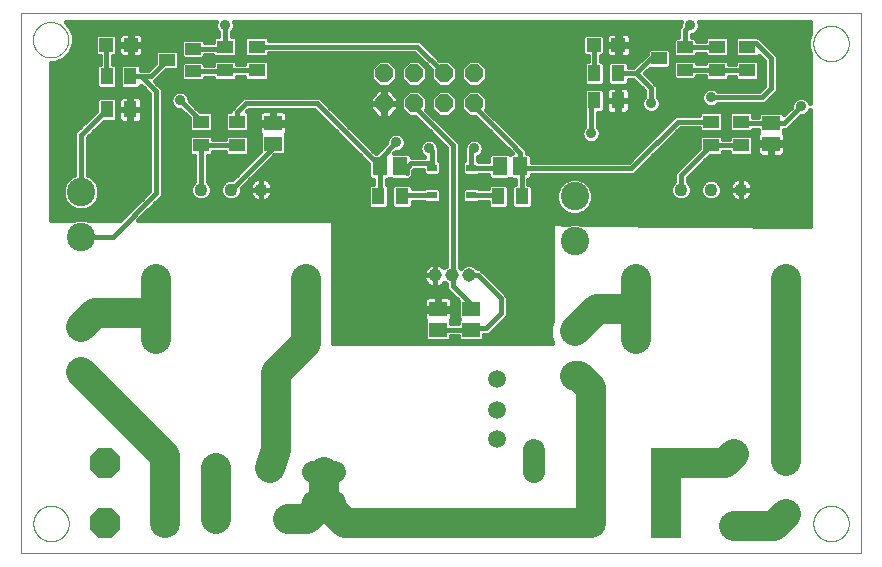
<source format=gtl>
G75*
%MOIN*%
%OFA0B0*%
%FSLAX25Y25*%
%IPPOS*%
%LPD*%
%AMOC8*
5,1,8,0,0,1.08239X$1,22.5*
%
%ADD10C,0.00000*%
%ADD11R,0.05906X0.05118*%
%ADD12C,0.05937*%
%ADD13C,0.09449*%
%ADD14R,0.04331X0.05512*%
%ADD15R,0.05512X0.04331*%
%ADD16R,0.04724X0.04724*%
%ADD17C,0.04500*%
%ADD18R,0.08268X0.06299*%
%ADD19R,0.06299X0.08268*%
%ADD20R,0.05512X0.03937*%
%ADD21OC8,0.05937*%
%ADD22C,0.07400*%
%ADD23R,0.04200X0.08600*%
%ADD24R,0.08600X0.04200*%
%ADD25C,0.10000*%
%ADD26OC8,0.10000*%
%ADD27R,0.10000X0.10000*%
%ADD28C,0.05543*%
%ADD29C,0.04362*%
%ADD30R,0.05118X0.05906*%
%ADD31R,0.03268X0.02480*%
%ADD32C,0.01600*%
%ADD33C,0.03562*%
%ADD34C,0.10000*%
D10*
X0001000Y0023933D02*
X0001000Y0203933D01*
X0281000Y0203933D01*
X0281000Y0023933D01*
X0001000Y0023933D01*
X0005094Y0033933D02*
X0005096Y0034086D01*
X0005102Y0034240D01*
X0005112Y0034393D01*
X0005126Y0034545D01*
X0005144Y0034698D01*
X0005166Y0034849D01*
X0005191Y0035000D01*
X0005221Y0035151D01*
X0005255Y0035301D01*
X0005292Y0035449D01*
X0005333Y0035597D01*
X0005378Y0035743D01*
X0005427Y0035889D01*
X0005480Y0036033D01*
X0005536Y0036175D01*
X0005596Y0036316D01*
X0005660Y0036456D01*
X0005727Y0036594D01*
X0005798Y0036730D01*
X0005873Y0036864D01*
X0005950Y0036996D01*
X0006032Y0037126D01*
X0006116Y0037254D01*
X0006204Y0037380D01*
X0006295Y0037503D01*
X0006389Y0037624D01*
X0006487Y0037742D01*
X0006587Y0037858D01*
X0006691Y0037971D01*
X0006797Y0038082D01*
X0006906Y0038190D01*
X0007018Y0038295D01*
X0007132Y0038396D01*
X0007250Y0038495D01*
X0007369Y0038591D01*
X0007491Y0038684D01*
X0007616Y0038773D01*
X0007743Y0038860D01*
X0007872Y0038942D01*
X0008003Y0039022D01*
X0008136Y0039098D01*
X0008271Y0039171D01*
X0008408Y0039240D01*
X0008547Y0039305D01*
X0008687Y0039367D01*
X0008829Y0039425D01*
X0008972Y0039480D01*
X0009117Y0039531D01*
X0009263Y0039578D01*
X0009410Y0039621D01*
X0009558Y0039660D01*
X0009707Y0039696D01*
X0009857Y0039727D01*
X0010008Y0039755D01*
X0010159Y0039779D01*
X0010312Y0039799D01*
X0010464Y0039815D01*
X0010617Y0039827D01*
X0010770Y0039835D01*
X0010923Y0039839D01*
X0011077Y0039839D01*
X0011230Y0039835D01*
X0011383Y0039827D01*
X0011536Y0039815D01*
X0011688Y0039799D01*
X0011841Y0039779D01*
X0011992Y0039755D01*
X0012143Y0039727D01*
X0012293Y0039696D01*
X0012442Y0039660D01*
X0012590Y0039621D01*
X0012737Y0039578D01*
X0012883Y0039531D01*
X0013028Y0039480D01*
X0013171Y0039425D01*
X0013313Y0039367D01*
X0013453Y0039305D01*
X0013592Y0039240D01*
X0013729Y0039171D01*
X0013864Y0039098D01*
X0013997Y0039022D01*
X0014128Y0038942D01*
X0014257Y0038860D01*
X0014384Y0038773D01*
X0014509Y0038684D01*
X0014631Y0038591D01*
X0014750Y0038495D01*
X0014868Y0038396D01*
X0014982Y0038295D01*
X0015094Y0038190D01*
X0015203Y0038082D01*
X0015309Y0037971D01*
X0015413Y0037858D01*
X0015513Y0037742D01*
X0015611Y0037624D01*
X0015705Y0037503D01*
X0015796Y0037380D01*
X0015884Y0037254D01*
X0015968Y0037126D01*
X0016050Y0036996D01*
X0016127Y0036864D01*
X0016202Y0036730D01*
X0016273Y0036594D01*
X0016340Y0036456D01*
X0016404Y0036316D01*
X0016464Y0036175D01*
X0016520Y0036033D01*
X0016573Y0035889D01*
X0016622Y0035743D01*
X0016667Y0035597D01*
X0016708Y0035449D01*
X0016745Y0035301D01*
X0016779Y0035151D01*
X0016809Y0035000D01*
X0016834Y0034849D01*
X0016856Y0034698D01*
X0016874Y0034545D01*
X0016888Y0034393D01*
X0016898Y0034240D01*
X0016904Y0034086D01*
X0016906Y0033933D01*
X0016904Y0033780D01*
X0016898Y0033626D01*
X0016888Y0033473D01*
X0016874Y0033321D01*
X0016856Y0033168D01*
X0016834Y0033017D01*
X0016809Y0032866D01*
X0016779Y0032715D01*
X0016745Y0032565D01*
X0016708Y0032417D01*
X0016667Y0032269D01*
X0016622Y0032123D01*
X0016573Y0031977D01*
X0016520Y0031833D01*
X0016464Y0031691D01*
X0016404Y0031550D01*
X0016340Y0031410D01*
X0016273Y0031272D01*
X0016202Y0031136D01*
X0016127Y0031002D01*
X0016050Y0030870D01*
X0015968Y0030740D01*
X0015884Y0030612D01*
X0015796Y0030486D01*
X0015705Y0030363D01*
X0015611Y0030242D01*
X0015513Y0030124D01*
X0015413Y0030008D01*
X0015309Y0029895D01*
X0015203Y0029784D01*
X0015094Y0029676D01*
X0014982Y0029571D01*
X0014868Y0029470D01*
X0014750Y0029371D01*
X0014631Y0029275D01*
X0014509Y0029182D01*
X0014384Y0029093D01*
X0014257Y0029006D01*
X0014128Y0028924D01*
X0013997Y0028844D01*
X0013864Y0028768D01*
X0013729Y0028695D01*
X0013592Y0028626D01*
X0013453Y0028561D01*
X0013313Y0028499D01*
X0013171Y0028441D01*
X0013028Y0028386D01*
X0012883Y0028335D01*
X0012737Y0028288D01*
X0012590Y0028245D01*
X0012442Y0028206D01*
X0012293Y0028170D01*
X0012143Y0028139D01*
X0011992Y0028111D01*
X0011841Y0028087D01*
X0011688Y0028067D01*
X0011536Y0028051D01*
X0011383Y0028039D01*
X0011230Y0028031D01*
X0011077Y0028027D01*
X0010923Y0028027D01*
X0010770Y0028031D01*
X0010617Y0028039D01*
X0010464Y0028051D01*
X0010312Y0028067D01*
X0010159Y0028087D01*
X0010008Y0028111D01*
X0009857Y0028139D01*
X0009707Y0028170D01*
X0009558Y0028206D01*
X0009410Y0028245D01*
X0009263Y0028288D01*
X0009117Y0028335D01*
X0008972Y0028386D01*
X0008829Y0028441D01*
X0008687Y0028499D01*
X0008547Y0028561D01*
X0008408Y0028626D01*
X0008271Y0028695D01*
X0008136Y0028768D01*
X0008003Y0028844D01*
X0007872Y0028924D01*
X0007743Y0029006D01*
X0007616Y0029093D01*
X0007491Y0029182D01*
X0007369Y0029275D01*
X0007250Y0029371D01*
X0007132Y0029470D01*
X0007018Y0029571D01*
X0006906Y0029676D01*
X0006797Y0029784D01*
X0006691Y0029895D01*
X0006587Y0030008D01*
X0006487Y0030124D01*
X0006389Y0030242D01*
X0006295Y0030363D01*
X0006204Y0030486D01*
X0006116Y0030612D01*
X0006032Y0030740D01*
X0005950Y0030870D01*
X0005873Y0031002D01*
X0005798Y0031136D01*
X0005727Y0031272D01*
X0005660Y0031410D01*
X0005596Y0031550D01*
X0005536Y0031691D01*
X0005480Y0031833D01*
X0005427Y0031977D01*
X0005378Y0032123D01*
X0005333Y0032269D01*
X0005292Y0032417D01*
X0005255Y0032565D01*
X0005221Y0032715D01*
X0005191Y0032866D01*
X0005166Y0033017D01*
X0005144Y0033168D01*
X0005126Y0033321D01*
X0005112Y0033473D01*
X0005102Y0033626D01*
X0005096Y0033780D01*
X0005094Y0033933D01*
X0265094Y0033933D02*
X0265096Y0034086D01*
X0265102Y0034240D01*
X0265112Y0034393D01*
X0265126Y0034545D01*
X0265144Y0034698D01*
X0265166Y0034849D01*
X0265191Y0035000D01*
X0265221Y0035151D01*
X0265255Y0035301D01*
X0265292Y0035449D01*
X0265333Y0035597D01*
X0265378Y0035743D01*
X0265427Y0035889D01*
X0265480Y0036033D01*
X0265536Y0036175D01*
X0265596Y0036316D01*
X0265660Y0036456D01*
X0265727Y0036594D01*
X0265798Y0036730D01*
X0265873Y0036864D01*
X0265950Y0036996D01*
X0266032Y0037126D01*
X0266116Y0037254D01*
X0266204Y0037380D01*
X0266295Y0037503D01*
X0266389Y0037624D01*
X0266487Y0037742D01*
X0266587Y0037858D01*
X0266691Y0037971D01*
X0266797Y0038082D01*
X0266906Y0038190D01*
X0267018Y0038295D01*
X0267132Y0038396D01*
X0267250Y0038495D01*
X0267369Y0038591D01*
X0267491Y0038684D01*
X0267616Y0038773D01*
X0267743Y0038860D01*
X0267872Y0038942D01*
X0268003Y0039022D01*
X0268136Y0039098D01*
X0268271Y0039171D01*
X0268408Y0039240D01*
X0268547Y0039305D01*
X0268687Y0039367D01*
X0268829Y0039425D01*
X0268972Y0039480D01*
X0269117Y0039531D01*
X0269263Y0039578D01*
X0269410Y0039621D01*
X0269558Y0039660D01*
X0269707Y0039696D01*
X0269857Y0039727D01*
X0270008Y0039755D01*
X0270159Y0039779D01*
X0270312Y0039799D01*
X0270464Y0039815D01*
X0270617Y0039827D01*
X0270770Y0039835D01*
X0270923Y0039839D01*
X0271077Y0039839D01*
X0271230Y0039835D01*
X0271383Y0039827D01*
X0271536Y0039815D01*
X0271688Y0039799D01*
X0271841Y0039779D01*
X0271992Y0039755D01*
X0272143Y0039727D01*
X0272293Y0039696D01*
X0272442Y0039660D01*
X0272590Y0039621D01*
X0272737Y0039578D01*
X0272883Y0039531D01*
X0273028Y0039480D01*
X0273171Y0039425D01*
X0273313Y0039367D01*
X0273453Y0039305D01*
X0273592Y0039240D01*
X0273729Y0039171D01*
X0273864Y0039098D01*
X0273997Y0039022D01*
X0274128Y0038942D01*
X0274257Y0038860D01*
X0274384Y0038773D01*
X0274509Y0038684D01*
X0274631Y0038591D01*
X0274750Y0038495D01*
X0274868Y0038396D01*
X0274982Y0038295D01*
X0275094Y0038190D01*
X0275203Y0038082D01*
X0275309Y0037971D01*
X0275413Y0037858D01*
X0275513Y0037742D01*
X0275611Y0037624D01*
X0275705Y0037503D01*
X0275796Y0037380D01*
X0275884Y0037254D01*
X0275968Y0037126D01*
X0276050Y0036996D01*
X0276127Y0036864D01*
X0276202Y0036730D01*
X0276273Y0036594D01*
X0276340Y0036456D01*
X0276404Y0036316D01*
X0276464Y0036175D01*
X0276520Y0036033D01*
X0276573Y0035889D01*
X0276622Y0035743D01*
X0276667Y0035597D01*
X0276708Y0035449D01*
X0276745Y0035301D01*
X0276779Y0035151D01*
X0276809Y0035000D01*
X0276834Y0034849D01*
X0276856Y0034698D01*
X0276874Y0034545D01*
X0276888Y0034393D01*
X0276898Y0034240D01*
X0276904Y0034086D01*
X0276906Y0033933D01*
X0276904Y0033780D01*
X0276898Y0033626D01*
X0276888Y0033473D01*
X0276874Y0033321D01*
X0276856Y0033168D01*
X0276834Y0033017D01*
X0276809Y0032866D01*
X0276779Y0032715D01*
X0276745Y0032565D01*
X0276708Y0032417D01*
X0276667Y0032269D01*
X0276622Y0032123D01*
X0276573Y0031977D01*
X0276520Y0031833D01*
X0276464Y0031691D01*
X0276404Y0031550D01*
X0276340Y0031410D01*
X0276273Y0031272D01*
X0276202Y0031136D01*
X0276127Y0031002D01*
X0276050Y0030870D01*
X0275968Y0030740D01*
X0275884Y0030612D01*
X0275796Y0030486D01*
X0275705Y0030363D01*
X0275611Y0030242D01*
X0275513Y0030124D01*
X0275413Y0030008D01*
X0275309Y0029895D01*
X0275203Y0029784D01*
X0275094Y0029676D01*
X0274982Y0029571D01*
X0274868Y0029470D01*
X0274750Y0029371D01*
X0274631Y0029275D01*
X0274509Y0029182D01*
X0274384Y0029093D01*
X0274257Y0029006D01*
X0274128Y0028924D01*
X0273997Y0028844D01*
X0273864Y0028768D01*
X0273729Y0028695D01*
X0273592Y0028626D01*
X0273453Y0028561D01*
X0273313Y0028499D01*
X0273171Y0028441D01*
X0273028Y0028386D01*
X0272883Y0028335D01*
X0272737Y0028288D01*
X0272590Y0028245D01*
X0272442Y0028206D01*
X0272293Y0028170D01*
X0272143Y0028139D01*
X0271992Y0028111D01*
X0271841Y0028087D01*
X0271688Y0028067D01*
X0271536Y0028051D01*
X0271383Y0028039D01*
X0271230Y0028031D01*
X0271077Y0028027D01*
X0270923Y0028027D01*
X0270770Y0028031D01*
X0270617Y0028039D01*
X0270464Y0028051D01*
X0270312Y0028067D01*
X0270159Y0028087D01*
X0270008Y0028111D01*
X0269857Y0028139D01*
X0269707Y0028170D01*
X0269558Y0028206D01*
X0269410Y0028245D01*
X0269263Y0028288D01*
X0269117Y0028335D01*
X0268972Y0028386D01*
X0268829Y0028441D01*
X0268687Y0028499D01*
X0268547Y0028561D01*
X0268408Y0028626D01*
X0268271Y0028695D01*
X0268136Y0028768D01*
X0268003Y0028844D01*
X0267872Y0028924D01*
X0267743Y0029006D01*
X0267616Y0029093D01*
X0267491Y0029182D01*
X0267369Y0029275D01*
X0267250Y0029371D01*
X0267132Y0029470D01*
X0267018Y0029571D01*
X0266906Y0029676D01*
X0266797Y0029784D01*
X0266691Y0029895D01*
X0266587Y0030008D01*
X0266487Y0030124D01*
X0266389Y0030242D01*
X0266295Y0030363D01*
X0266204Y0030486D01*
X0266116Y0030612D01*
X0266032Y0030740D01*
X0265950Y0030870D01*
X0265873Y0031002D01*
X0265798Y0031136D01*
X0265727Y0031272D01*
X0265660Y0031410D01*
X0265596Y0031550D01*
X0265536Y0031691D01*
X0265480Y0031833D01*
X0265427Y0031977D01*
X0265378Y0032123D01*
X0265333Y0032269D01*
X0265292Y0032417D01*
X0265255Y0032565D01*
X0265221Y0032715D01*
X0265191Y0032866D01*
X0265166Y0033017D01*
X0265144Y0033168D01*
X0265126Y0033321D01*
X0265112Y0033473D01*
X0265102Y0033626D01*
X0265096Y0033780D01*
X0265094Y0033933D01*
X0265094Y0193933D02*
X0265096Y0194086D01*
X0265102Y0194240D01*
X0265112Y0194393D01*
X0265126Y0194545D01*
X0265144Y0194698D01*
X0265166Y0194849D01*
X0265191Y0195000D01*
X0265221Y0195151D01*
X0265255Y0195301D01*
X0265292Y0195449D01*
X0265333Y0195597D01*
X0265378Y0195743D01*
X0265427Y0195889D01*
X0265480Y0196033D01*
X0265536Y0196175D01*
X0265596Y0196316D01*
X0265660Y0196456D01*
X0265727Y0196594D01*
X0265798Y0196730D01*
X0265873Y0196864D01*
X0265950Y0196996D01*
X0266032Y0197126D01*
X0266116Y0197254D01*
X0266204Y0197380D01*
X0266295Y0197503D01*
X0266389Y0197624D01*
X0266487Y0197742D01*
X0266587Y0197858D01*
X0266691Y0197971D01*
X0266797Y0198082D01*
X0266906Y0198190D01*
X0267018Y0198295D01*
X0267132Y0198396D01*
X0267250Y0198495D01*
X0267369Y0198591D01*
X0267491Y0198684D01*
X0267616Y0198773D01*
X0267743Y0198860D01*
X0267872Y0198942D01*
X0268003Y0199022D01*
X0268136Y0199098D01*
X0268271Y0199171D01*
X0268408Y0199240D01*
X0268547Y0199305D01*
X0268687Y0199367D01*
X0268829Y0199425D01*
X0268972Y0199480D01*
X0269117Y0199531D01*
X0269263Y0199578D01*
X0269410Y0199621D01*
X0269558Y0199660D01*
X0269707Y0199696D01*
X0269857Y0199727D01*
X0270008Y0199755D01*
X0270159Y0199779D01*
X0270312Y0199799D01*
X0270464Y0199815D01*
X0270617Y0199827D01*
X0270770Y0199835D01*
X0270923Y0199839D01*
X0271077Y0199839D01*
X0271230Y0199835D01*
X0271383Y0199827D01*
X0271536Y0199815D01*
X0271688Y0199799D01*
X0271841Y0199779D01*
X0271992Y0199755D01*
X0272143Y0199727D01*
X0272293Y0199696D01*
X0272442Y0199660D01*
X0272590Y0199621D01*
X0272737Y0199578D01*
X0272883Y0199531D01*
X0273028Y0199480D01*
X0273171Y0199425D01*
X0273313Y0199367D01*
X0273453Y0199305D01*
X0273592Y0199240D01*
X0273729Y0199171D01*
X0273864Y0199098D01*
X0273997Y0199022D01*
X0274128Y0198942D01*
X0274257Y0198860D01*
X0274384Y0198773D01*
X0274509Y0198684D01*
X0274631Y0198591D01*
X0274750Y0198495D01*
X0274868Y0198396D01*
X0274982Y0198295D01*
X0275094Y0198190D01*
X0275203Y0198082D01*
X0275309Y0197971D01*
X0275413Y0197858D01*
X0275513Y0197742D01*
X0275611Y0197624D01*
X0275705Y0197503D01*
X0275796Y0197380D01*
X0275884Y0197254D01*
X0275968Y0197126D01*
X0276050Y0196996D01*
X0276127Y0196864D01*
X0276202Y0196730D01*
X0276273Y0196594D01*
X0276340Y0196456D01*
X0276404Y0196316D01*
X0276464Y0196175D01*
X0276520Y0196033D01*
X0276573Y0195889D01*
X0276622Y0195743D01*
X0276667Y0195597D01*
X0276708Y0195449D01*
X0276745Y0195301D01*
X0276779Y0195151D01*
X0276809Y0195000D01*
X0276834Y0194849D01*
X0276856Y0194698D01*
X0276874Y0194545D01*
X0276888Y0194393D01*
X0276898Y0194240D01*
X0276904Y0194086D01*
X0276906Y0193933D01*
X0276904Y0193780D01*
X0276898Y0193626D01*
X0276888Y0193473D01*
X0276874Y0193321D01*
X0276856Y0193168D01*
X0276834Y0193017D01*
X0276809Y0192866D01*
X0276779Y0192715D01*
X0276745Y0192565D01*
X0276708Y0192417D01*
X0276667Y0192269D01*
X0276622Y0192123D01*
X0276573Y0191977D01*
X0276520Y0191833D01*
X0276464Y0191691D01*
X0276404Y0191550D01*
X0276340Y0191410D01*
X0276273Y0191272D01*
X0276202Y0191136D01*
X0276127Y0191002D01*
X0276050Y0190870D01*
X0275968Y0190740D01*
X0275884Y0190612D01*
X0275796Y0190486D01*
X0275705Y0190363D01*
X0275611Y0190242D01*
X0275513Y0190124D01*
X0275413Y0190008D01*
X0275309Y0189895D01*
X0275203Y0189784D01*
X0275094Y0189676D01*
X0274982Y0189571D01*
X0274868Y0189470D01*
X0274750Y0189371D01*
X0274631Y0189275D01*
X0274509Y0189182D01*
X0274384Y0189093D01*
X0274257Y0189006D01*
X0274128Y0188924D01*
X0273997Y0188844D01*
X0273864Y0188768D01*
X0273729Y0188695D01*
X0273592Y0188626D01*
X0273453Y0188561D01*
X0273313Y0188499D01*
X0273171Y0188441D01*
X0273028Y0188386D01*
X0272883Y0188335D01*
X0272737Y0188288D01*
X0272590Y0188245D01*
X0272442Y0188206D01*
X0272293Y0188170D01*
X0272143Y0188139D01*
X0271992Y0188111D01*
X0271841Y0188087D01*
X0271688Y0188067D01*
X0271536Y0188051D01*
X0271383Y0188039D01*
X0271230Y0188031D01*
X0271077Y0188027D01*
X0270923Y0188027D01*
X0270770Y0188031D01*
X0270617Y0188039D01*
X0270464Y0188051D01*
X0270312Y0188067D01*
X0270159Y0188087D01*
X0270008Y0188111D01*
X0269857Y0188139D01*
X0269707Y0188170D01*
X0269558Y0188206D01*
X0269410Y0188245D01*
X0269263Y0188288D01*
X0269117Y0188335D01*
X0268972Y0188386D01*
X0268829Y0188441D01*
X0268687Y0188499D01*
X0268547Y0188561D01*
X0268408Y0188626D01*
X0268271Y0188695D01*
X0268136Y0188768D01*
X0268003Y0188844D01*
X0267872Y0188924D01*
X0267743Y0189006D01*
X0267616Y0189093D01*
X0267491Y0189182D01*
X0267369Y0189275D01*
X0267250Y0189371D01*
X0267132Y0189470D01*
X0267018Y0189571D01*
X0266906Y0189676D01*
X0266797Y0189784D01*
X0266691Y0189895D01*
X0266587Y0190008D01*
X0266487Y0190124D01*
X0266389Y0190242D01*
X0266295Y0190363D01*
X0266204Y0190486D01*
X0266116Y0190612D01*
X0266032Y0190740D01*
X0265950Y0190870D01*
X0265873Y0191002D01*
X0265798Y0191136D01*
X0265727Y0191272D01*
X0265660Y0191410D01*
X0265596Y0191550D01*
X0265536Y0191691D01*
X0265480Y0191833D01*
X0265427Y0191977D01*
X0265378Y0192123D01*
X0265333Y0192269D01*
X0265292Y0192417D01*
X0265255Y0192565D01*
X0265221Y0192715D01*
X0265191Y0192866D01*
X0265166Y0193017D01*
X0265144Y0193168D01*
X0265126Y0193321D01*
X0265112Y0193473D01*
X0265102Y0193626D01*
X0265096Y0193780D01*
X0265094Y0193933D01*
X0004937Y0195193D02*
X0004939Y0195346D01*
X0004945Y0195500D01*
X0004955Y0195653D01*
X0004969Y0195805D01*
X0004987Y0195958D01*
X0005009Y0196109D01*
X0005034Y0196260D01*
X0005064Y0196411D01*
X0005098Y0196561D01*
X0005135Y0196709D01*
X0005176Y0196857D01*
X0005221Y0197003D01*
X0005270Y0197149D01*
X0005323Y0197293D01*
X0005379Y0197435D01*
X0005439Y0197576D01*
X0005503Y0197716D01*
X0005570Y0197854D01*
X0005641Y0197990D01*
X0005716Y0198124D01*
X0005793Y0198256D01*
X0005875Y0198386D01*
X0005959Y0198514D01*
X0006047Y0198640D01*
X0006138Y0198763D01*
X0006232Y0198884D01*
X0006330Y0199002D01*
X0006430Y0199118D01*
X0006534Y0199231D01*
X0006640Y0199342D01*
X0006749Y0199450D01*
X0006861Y0199555D01*
X0006975Y0199656D01*
X0007093Y0199755D01*
X0007212Y0199851D01*
X0007334Y0199944D01*
X0007459Y0200033D01*
X0007586Y0200120D01*
X0007715Y0200202D01*
X0007846Y0200282D01*
X0007979Y0200358D01*
X0008114Y0200431D01*
X0008251Y0200500D01*
X0008390Y0200565D01*
X0008530Y0200627D01*
X0008672Y0200685D01*
X0008815Y0200740D01*
X0008960Y0200791D01*
X0009106Y0200838D01*
X0009253Y0200881D01*
X0009401Y0200920D01*
X0009550Y0200956D01*
X0009700Y0200987D01*
X0009851Y0201015D01*
X0010002Y0201039D01*
X0010155Y0201059D01*
X0010307Y0201075D01*
X0010460Y0201087D01*
X0010613Y0201095D01*
X0010766Y0201099D01*
X0010920Y0201099D01*
X0011073Y0201095D01*
X0011226Y0201087D01*
X0011379Y0201075D01*
X0011531Y0201059D01*
X0011684Y0201039D01*
X0011835Y0201015D01*
X0011986Y0200987D01*
X0012136Y0200956D01*
X0012285Y0200920D01*
X0012433Y0200881D01*
X0012580Y0200838D01*
X0012726Y0200791D01*
X0012871Y0200740D01*
X0013014Y0200685D01*
X0013156Y0200627D01*
X0013296Y0200565D01*
X0013435Y0200500D01*
X0013572Y0200431D01*
X0013707Y0200358D01*
X0013840Y0200282D01*
X0013971Y0200202D01*
X0014100Y0200120D01*
X0014227Y0200033D01*
X0014352Y0199944D01*
X0014474Y0199851D01*
X0014593Y0199755D01*
X0014711Y0199656D01*
X0014825Y0199555D01*
X0014937Y0199450D01*
X0015046Y0199342D01*
X0015152Y0199231D01*
X0015256Y0199118D01*
X0015356Y0199002D01*
X0015454Y0198884D01*
X0015548Y0198763D01*
X0015639Y0198640D01*
X0015727Y0198514D01*
X0015811Y0198386D01*
X0015893Y0198256D01*
X0015970Y0198124D01*
X0016045Y0197990D01*
X0016116Y0197854D01*
X0016183Y0197716D01*
X0016247Y0197576D01*
X0016307Y0197435D01*
X0016363Y0197293D01*
X0016416Y0197149D01*
X0016465Y0197003D01*
X0016510Y0196857D01*
X0016551Y0196709D01*
X0016588Y0196561D01*
X0016622Y0196411D01*
X0016652Y0196260D01*
X0016677Y0196109D01*
X0016699Y0195958D01*
X0016717Y0195805D01*
X0016731Y0195653D01*
X0016741Y0195500D01*
X0016747Y0195346D01*
X0016749Y0195193D01*
X0016747Y0195040D01*
X0016741Y0194886D01*
X0016731Y0194733D01*
X0016717Y0194581D01*
X0016699Y0194428D01*
X0016677Y0194277D01*
X0016652Y0194126D01*
X0016622Y0193975D01*
X0016588Y0193825D01*
X0016551Y0193677D01*
X0016510Y0193529D01*
X0016465Y0193383D01*
X0016416Y0193237D01*
X0016363Y0193093D01*
X0016307Y0192951D01*
X0016247Y0192810D01*
X0016183Y0192670D01*
X0016116Y0192532D01*
X0016045Y0192396D01*
X0015970Y0192262D01*
X0015893Y0192130D01*
X0015811Y0192000D01*
X0015727Y0191872D01*
X0015639Y0191746D01*
X0015548Y0191623D01*
X0015454Y0191502D01*
X0015356Y0191384D01*
X0015256Y0191268D01*
X0015152Y0191155D01*
X0015046Y0191044D01*
X0014937Y0190936D01*
X0014825Y0190831D01*
X0014711Y0190730D01*
X0014593Y0190631D01*
X0014474Y0190535D01*
X0014352Y0190442D01*
X0014227Y0190353D01*
X0014100Y0190266D01*
X0013971Y0190184D01*
X0013840Y0190104D01*
X0013707Y0190028D01*
X0013572Y0189955D01*
X0013435Y0189886D01*
X0013296Y0189821D01*
X0013156Y0189759D01*
X0013014Y0189701D01*
X0012871Y0189646D01*
X0012726Y0189595D01*
X0012580Y0189548D01*
X0012433Y0189505D01*
X0012285Y0189466D01*
X0012136Y0189430D01*
X0011986Y0189399D01*
X0011835Y0189371D01*
X0011684Y0189347D01*
X0011531Y0189327D01*
X0011379Y0189311D01*
X0011226Y0189299D01*
X0011073Y0189291D01*
X0010920Y0189287D01*
X0010766Y0189287D01*
X0010613Y0189291D01*
X0010460Y0189299D01*
X0010307Y0189311D01*
X0010155Y0189327D01*
X0010002Y0189347D01*
X0009851Y0189371D01*
X0009700Y0189399D01*
X0009550Y0189430D01*
X0009401Y0189466D01*
X0009253Y0189505D01*
X0009106Y0189548D01*
X0008960Y0189595D01*
X0008815Y0189646D01*
X0008672Y0189701D01*
X0008530Y0189759D01*
X0008390Y0189821D01*
X0008251Y0189886D01*
X0008114Y0189955D01*
X0007979Y0190028D01*
X0007846Y0190104D01*
X0007715Y0190184D01*
X0007586Y0190266D01*
X0007459Y0190353D01*
X0007334Y0190442D01*
X0007212Y0190535D01*
X0007093Y0190631D01*
X0006975Y0190730D01*
X0006861Y0190831D01*
X0006749Y0190936D01*
X0006640Y0191044D01*
X0006534Y0191155D01*
X0006430Y0191268D01*
X0006330Y0191384D01*
X0006232Y0191502D01*
X0006138Y0191623D01*
X0006047Y0191746D01*
X0005959Y0191872D01*
X0005875Y0192000D01*
X0005793Y0192130D01*
X0005716Y0192262D01*
X0005641Y0192396D01*
X0005570Y0192532D01*
X0005503Y0192670D01*
X0005439Y0192810D01*
X0005379Y0192951D01*
X0005323Y0193093D01*
X0005270Y0193237D01*
X0005221Y0193383D01*
X0005176Y0193529D01*
X0005135Y0193677D01*
X0005098Y0193825D01*
X0005064Y0193975D01*
X0005034Y0194126D01*
X0005009Y0194277D01*
X0004987Y0194428D01*
X0004969Y0194581D01*
X0004955Y0194733D01*
X0004945Y0194886D01*
X0004939Y0195040D01*
X0004937Y0195193D01*
D11*
X0085000Y0167280D03*
X0085000Y0160587D03*
X0140000Y0105280D03*
X0151000Y0105280D03*
X0151000Y0098587D03*
X0140000Y0098587D03*
X0251000Y0160587D03*
X0251000Y0167280D03*
D12*
X0159823Y0082012D03*
X0159823Y0071776D03*
X0159823Y0061933D03*
D13*
X0185500Y0082933D03*
X0185500Y0097933D03*
X0185500Y0127933D03*
X0185500Y0142933D03*
X0021000Y0144433D03*
X0021000Y0129433D03*
X0021000Y0099433D03*
X0021000Y0084433D03*
D14*
X0120063Y0142933D03*
X0127937Y0142933D03*
X0160063Y0142933D03*
X0167937Y0142933D03*
X0192063Y0174933D03*
X0199937Y0174933D03*
X0199937Y0183933D03*
X0192063Y0183933D03*
X0037437Y0182933D03*
X0029563Y0182933D03*
X0029563Y0171933D03*
X0037437Y0171933D03*
D15*
X0061000Y0167870D03*
X0073000Y0167870D03*
X0073000Y0159996D03*
X0061000Y0159996D03*
X0069000Y0184996D03*
X0079500Y0184996D03*
X0079500Y0192870D03*
X0069000Y0192870D03*
X0231000Y0167870D03*
X0241000Y0167870D03*
X0241000Y0159996D03*
X0231000Y0159996D03*
X0233000Y0184996D03*
X0243000Y0184996D03*
X0243000Y0192870D03*
X0233000Y0192870D03*
D16*
X0200134Y0193433D03*
X0191866Y0193433D03*
X0037634Y0193433D03*
X0029366Y0193433D03*
D17*
X0139000Y0116633D03*
X0144700Y0116733D03*
X0150300Y0116733D03*
D18*
X0256000Y0054791D03*
X0256000Y0037075D03*
D19*
X0083858Y0052433D03*
X0066142Y0052433D03*
D20*
X0058331Y0184693D03*
X0049669Y0188433D03*
X0058331Y0192173D03*
X0213669Y0188933D03*
X0222331Y0185193D03*
X0222331Y0192673D03*
D21*
X0152000Y0183933D03*
X0142000Y0183933D03*
X0132000Y0183933D03*
X0122000Y0183933D03*
X0122000Y0173933D03*
X0132000Y0173933D03*
X0142000Y0173933D03*
X0152000Y0173933D03*
D22*
X0172000Y0058333D02*
X0172000Y0050933D01*
X0105700Y0050933D02*
X0098300Y0050933D01*
X0098300Y0040933D02*
X0105700Y0040933D01*
D23*
X0090000Y0035421D03*
X0066000Y0035421D03*
D24*
X0238512Y0032933D03*
X0238512Y0056933D03*
D25*
X0191000Y0053933D03*
X0191000Y0033933D03*
X0049000Y0033933D03*
X0049000Y0053933D03*
D26*
X0029000Y0053933D03*
X0029000Y0033933D03*
D27*
X0216000Y0033933D03*
X0216000Y0053933D03*
D28*
X0206000Y0095311D03*
X0206000Y0105311D03*
X0206000Y0115311D03*
X0256000Y0115311D03*
X0256000Y0105311D03*
X0256000Y0095311D03*
X0096000Y0095311D03*
X0096000Y0105311D03*
X0096000Y0115311D03*
X0046000Y0115311D03*
X0046000Y0105311D03*
X0046000Y0095311D03*
D29*
X0061000Y0145232D03*
X0071000Y0145232D03*
X0081000Y0145232D03*
X0221000Y0145232D03*
X0231000Y0145232D03*
X0241000Y0145232D03*
D30*
X0167346Y0152933D03*
X0160654Y0152933D03*
X0127346Y0152933D03*
X0120654Y0152933D03*
D31*
X0138000Y0152461D03*
X0151000Y0152461D03*
X0151000Y0143406D03*
X0138000Y0143406D03*
D32*
X0128409Y0143406D01*
X0127937Y0142933D01*
X0124372Y0142223D02*
X0123628Y0142223D01*
X0123628Y0143821D02*
X0124372Y0143821D01*
X0124372Y0145420D02*
X0123628Y0145420D01*
X0123628Y0146269D02*
X0122854Y0147044D01*
X0122854Y0148580D01*
X0123792Y0148580D01*
X0124000Y0148788D01*
X0124207Y0148580D01*
X0128588Y0148580D01*
X0128616Y0148552D01*
X0130439Y0148552D01*
X0130467Y0148580D01*
X0130485Y0148580D01*
X0131305Y0149400D01*
X0131305Y0149419D01*
X0131728Y0149841D01*
X0131728Y0151549D01*
X0131911Y0151733D01*
X0134966Y0151733D01*
X0134966Y0150641D01*
X0135786Y0149820D01*
X0140214Y0149820D01*
X0141034Y0150641D01*
X0141034Y0154281D01*
X0140214Y0155101D01*
X0140200Y0155101D01*
X0140200Y0158844D01*
X0140181Y0158863D01*
X0140181Y0159566D01*
X0139697Y0160735D01*
X0138802Y0161630D01*
X0137633Y0162114D01*
X0136367Y0162114D01*
X0135198Y0161630D01*
X0134303Y0160735D01*
X0133819Y0159566D01*
X0133819Y0158300D01*
X0134303Y0157131D01*
X0135198Y0156236D01*
X0135447Y0156133D01*
X0131305Y0156133D01*
X0131305Y0156466D01*
X0130485Y0157286D01*
X0125464Y0157286D01*
X0125930Y0157752D01*
X0126633Y0157752D01*
X0127802Y0158236D01*
X0128697Y0159131D01*
X0129181Y0160300D01*
X0129181Y0161566D01*
X0128697Y0162735D01*
X0127802Y0163630D01*
X0126633Y0164114D01*
X0125367Y0164114D01*
X0124198Y0163630D01*
X0123303Y0162735D01*
X0122819Y0161566D01*
X0122819Y0160863D01*
X0119327Y0157371D01*
X0100565Y0176133D01*
X0075089Y0176133D01*
X0073800Y0174844D01*
X0070800Y0171844D01*
X0070800Y0171435D01*
X0069664Y0171435D01*
X0068844Y0170615D01*
X0068844Y0165125D01*
X0069664Y0164305D01*
X0076336Y0164305D01*
X0077156Y0165125D01*
X0077156Y0170615D01*
X0076475Y0171297D01*
X0076911Y0171733D01*
X0098742Y0171733D01*
X0116694Y0153781D01*
X0116694Y0149400D01*
X0117515Y0148580D01*
X0118454Y0148580D01*
X0118454Y0147089D01*
X0117318Y0147089D01*
X0116498Y0146269D01*
X0116498Y0139597D01*
X0117318Y0138777D01*
X0122808Y0138777D01*
X0123628Y0139597D01*
X0123628Y0146269D01*
X0124372Y0146269D02*
X0124372Y0139597D01*
X0125192Y0138777D01*
X0130682Y0138777D01*
X0131502Y0139597D01*
X0131502Y0141206D01*
X0135346Y0141206D01*
X0135786Y0140765D01*
X0140214Y0140765D01*
X0141034Y0141585D01*
X0141034Y0145226D01*
X0140214Y0146046D01*
X0135786Y0146046D01*
X0135346Y0145605D01*
X0131502Y0145605D01*
X0131502Y0146269D01*
X0130682Y0147089D01*
X0125192Y0147089D01*
X0124372Y0146269D01*
X0125121Y0147018D02*
X0122879Y0147018D01*
X0123829Y0148617D02*
X0124171Y0148617D01*
X0127346Y0152933D02*
X0129528Y0150752D01*
X0129528Y0152461D01*
X0131000Y0153933D01*
X0136528Y0153933D01*
X0138000Y0152461D01*
X0138000Y0157933D01*
X0137000Y0158933D01*
X0134825Y0156610D02*
X0131162Y0156610D01*
X0133857Y0158208D02*
X0127734Y0158208D01*
X0128977Y0159807D02*
X0133919Y0159807D01*
X0134973Y0161405D02*
X0129181Y0161405D01*
X0128428Y0163004D02*
X0138818Y0163004D01*
X0138800Y0163022D02*
X0140800Y0161022D01*
X0142800Y0159022D01*
X0142800Y0119897D01*
X0142632Y0119827D01*
X0142083Y0119278D01*
X0141582Y0119779D01*
X0140918Y0120222D01*
X0140181Y0120527D01*
X0139399Y0120683D01*
X0139000Y0120683D01*
X0139000Y0116633D01*
X0139000Y0112583D01*
X0139399Y0112583D01*
X0140181Y0112739D01*
X0140918Y0113044D01*
X0141582Y0113487D01*
X0142146Y0114051D01*
X0142175Y0114096D01*
X0142632Y0113639D01*
X0142800Y0113569D01*
X0142800Y0112022D01*
X0146647Y0108175D01*
X0146647Y0102141D01*
X0146855Y0101933D01*
X0146647Y0101726D01*
X0146647Y0100787D01*
X0144353Y0100787D01*
X0144353Y0101575D01*
X0144393Y0101615D01*
X0144630Y0102026D01*
X0144753Y0102483D01*
X0144753Y0104800D01*
X0140480Y0104800D01*
X0140480Y0105759D01*
X0144753Y0105759D01*
X0144753Y0108076D01*
X0144630Y0108533D01*
X0144393Y0108944D01*
X0144058Y0109279D01*
X0143648Y0109516D01*
X0143190Y0109639D01*
X0140480Y0109639D01*
X0140480Y0105759D01*
X0139520Y0105759D01*
X0139520Y0104800D01*
X0135247Y0104800D01*
X0135247Y0102483D01*
X0135370Y0102026D01*
X0135607Y0101615D01*
X0135647Y0101575D01*
X0135647Y0095448D01*
X0136467Y0094628D01*
X0143533Y0094628D01*
X0144353Y0095448D01*
X0144353Y0096387D01*
X0146647Y0096387D01*
X0146647Y0095448D01*
X0147467Y0094628D01*
X0154533Y0094628D01*
X0155353Y0095448D01*
X0155353Y0096733D01*
X0156911Y0096733D01*
X0158200Y0098022D01*
X0163200Y0103022D01*
X0163200Y0109844D01*
X0161911Y0111133D01*
X0154111Y0118933D01*
X0153262Y0118933D01*
X0152368Y0119827D01*
X0151026Y0120383D01*
X0149574Y0120383D01*
X0148232Y0119827D01*
X0147500Y0119095D01*
X0147200Y0119395D01*
X0147200Y0160844D01*
X0145911Y0162133D01*
X0143911Y0164133D01*
X0141911Y0166133D01*
X0136145Y0171900D01*
X0136368Y0172124D01*
X0136368Y0175743D01*
X0133809Y0178302D01*
X0130191Y0178302D01*
X0127631Y0175743D01*
X0127631Y0172124D01*
X0130191Y0169565D01*
X0132257Y0169565D01*
X0138800Y0163022D01*
X0139027Y0161405D02*
X0140417Y0161405D01*
X0140081Y0159807D02*
X0142015Y0159807D01*
X0142800Y0158208D02*
X0140200Y0158208D01*
X0140200Y0156610D02*
X0142800Y0156610D01*
X0142800Y0155011D02*
X0140304Y0155011D01*
X0141034Y0153412D02*
X0142800Y0153412D01*
X0142800Y0151814D02*
X0141034Y0151814D01*
X0140609Y0150215D02*
X0142800Y0150215D01*
X0142800Y0148617D02*
X0130522Y0148617D01*
X0130753Y0147018D02*
X0142800Y0147018D01*
X0142800Y0145420D02*
X0140839Y0145420D01*
X0141034Y0143821D02*
X0142800Y0143821D01*
X0142800Y0142223D02*
X0141034Y0142223D01*
X0142800Y0140624D02*
X0131502Y0140624D01*
X0130931Y0139026D02*
X0142800Y0139026D01*
X0142800Y0137427D02*
X0042606Y0137427D01*
X0044204Y0139026D02*
X0117069Y0139026D01*
X0116498Y0140624D02*
X0045803Y0140624D01*
X0046911Y0141733D02*
X0048200Y0143022D01*
X0048200Y0178844D01*
X0045696Y0181348D01*
X0049412Y0185065D01*
X0053005Y0185065D01*
X0053825Y0185885D01*
X0053825Y0190981D01*
X0053005Y0191802D01*
X0046333Y0191802D01*
X0045513Y0190981D01*
X0045513Y0187388D01*
X0043258Y0185133D01*
X0041002Y0185133D01*
X0041002Y0186269D01*
X0040182Y0187089D01*
X0034692Y0187089D01*
X0033872Y0186269D01*
X0033872Y0179597D01*
X0034692Y0178777D01*
X0040182Y0178777D01*
X0041002Y0179597D01*
X0041002Y0179819D01*
X0043800Y0177022D01*
X0043800Y0144844D01*
X0033889Y0134933D01*
X0023726Y0134933D01*
X0022218Y0135557D01*
X0019782Y0135557D01*
X0018274Y0134933D01*
X0011000Y0134933D01*
X0011000Y0187487D01*
X0012375Y0187487D01*
X0015207Y0188660D01*
X0017375Y0190828D01*
X0018548Y0193660D01*
X0018548Y0196726D01*
X0017375Y0199558D01*
X0016000Y0200933D01*
X0065971Y0200933D01*
X0065819Y0200566D01*
X0065819Y0199300D01*
X0066303Y0198131D01*
X0066800Y0197634D01*
X0066800Y0196435D01*
X0065664Y0196435D01*
X0064844Y0195615D01*
X0064844Y0194373D01*
X0062487Y0194373D01*
X0062487Y0194722D01*
X0061667Y0195542D01*
X0054995Y0195542D01*
X0054175Y0194722D01*
X0054175Y0189625D01*
X0054995Y0188805D01*
X0061667Y0188805D01*
X0062487Y0189625D01*
X0062487Y0189973D01*
X0064624Y0189973D01*
X0064815Y0189843D01*
X0065077Y0189892D01*
X0065664Y0189305D01*
X0072336Y0189305D01*
X0073156Y0190125D01*
X0073156Y0195615D01*
X0072336Y0196435D01*
X0071200Y0196435D01*
X0071200Y0197634D01*
X0071697Y0198131D01*
X0072181Y0199300D01*
X0072181Y0200566D01*
X0072029Y0200933D01*
X0220971Y0200933D01*
X0220819Y0200566D01*
X0220819Y0199863D01*
X0220131Y0199175D01*
X0220131Y0196042D01*
X0218995Y0196042D01*
X0218175Y0195222D01*
X0218175Y0190125D01*
X0218995Y0189305D01*
X0225667Y0189305D01*
X0226487Y0190125D01*
X0226487Y0190473D01*
X0228844Y0190473D01*
X0228844Y0190125D01*
X0229664Y0189305D01*
X0236336Y0189305D01*
X0237156Y0190125D01*
X0237156Y0195615D01*
X0236336Y0196435D01*
X0229664Y0196435D01*
X0228844Y0195615D01*
X0228844Y0194873D01*
X0226487Y0194873D01*
X0226487Y0195222D01*
X0225667Y0196042D01*
X0224531Y0196042D01*
X0224531Y0196752D01*
X0224633Y0196752D01*
X0225802Y0197236D01*
X0226697Y0198131D01*
X0227181Y0199300D01*
X0227181Y0200566D01*
X0227029Y0200933D01*
X0264000Y0200933D01*
X0264000Y0197169D01*
X0263294Y0195466D01*
X0263294Y0192400D01*
X0264000Y0190697D01*
X0264000Y0174003D01*
X0263697Y0174735D01*
X0262802Y0175630D01*
X0261633Y0176114D01*
X0260367Y0176114D01*
X0259198Y0175630D01*
X0258303Y0174735D01*
X0257819Y0173566D01*
X0257819Y0172863D01*
X0255353Y0170397D01*
X0255353Y0170418D01*
X0254533Y0171239D01*
X0247467Y0171239D01*
X0246647Y0170418D01*
X0246647Y0169480D01*
X0245156Y0169480D01*
X0245156Y0170615D01*
X0244336Y0171435D01*
X0237664Y0171435D01*
X0236844Y0170615D01*
X0236844Y0165125D01*
X0237664Y0164305D01*
X0244336Y0164305D01*
X0245111Y0165080D01*
X0246647Y0165080D01*
X0246647Y0164291D01*
X0246607Y0164251D01*
X0246370Y0163840D01*
X0246247Y0163383D01*
X0246247Y0161066D01*
X0250520Y0161066D01*
X0250520Y0160107D01*
X0246247Y0160107D01*
X0246247Y0157791D01*
X0246370Y0157333D01*
X0246607Y0156922D01*
X0246942Y0156587D01*
X0247352Y0156350D01*
X0247810Y0156228D01*
X0250520Y0156228D01*
X0250520Y0160107D01*
X0251480Y0160107D01*
X0251480Y0161066D01*
X0255753Y0161066D01*
X0255753Y0163383D01*
X0255630Y0163840D01*
X0255393Y0164251D01*
X0255353Y0164291D01*
X0255353Y0165080D01*
X0256258Y0165080D01*
X0257546Y0166368D01*
X0260930Y0169752D01*
X0261633Y0169752D01*
X0262802Y0170236D01*
X0263697Y0171131D01*
X0264000Y0171863D01*
X0264000Y0132933D01*
X0187279Y0133825D01*
X0186718Y0134057D01*
X0184282Y0134057D01*
X0183818Y0133865D01*
X0178000Y0133933D01*
X0178000Y0101515D01*
X0177200Y0099584D01*
X0177200Y0096282D01*
X0178000Y0094351D01*
X0178000Y0093933D01*
X0105000Y0093933D01*
X0105000Y0134933D01*
X0040111Y0134933D01*
X0046911Y0141733D01*
X0047401Y0142223D02*
X0058945Y0142223D01*
X0058971Y0142196D02*
X0060288Y0141651D01*
X0061712Y0141651D01*
X0063029Y0142196D01*
X0064036Y0143204D01*
X0064581Y0144520D01*
X0064581Y0145945D01*
X0064036Y0147261D01*
X0063200Y0148097D01*
X0063200Y0156431D01*
X0064336Y0156431D01*
X0065156Y0157251D01*
X0065156Y0157796D01*
X0068844Y0157796D01*
X0068844Y0157251D01*
X0069664Y0156431D01*
X0076336Y0156431D01*
X0077156Y0157251D01*
X0077156Y0162741D01*
X0076336Y0163561D01*
X0069664Y0163561D01*
X0068844Y0162741D01*
X0068844Y0162196D01*
X0065156Y0162196D01*
X0065156Y0162741D01*
X0064336Y0163561D01*
X0057664Y0163561D01*
X0056844Y0162741D01*
X0056844Y0157251D01*
X0057664Y0156431D01*
X0058800Y0156431D01*
X0058800Y0148097D01*
X0057964Y0147261D01*
X0057419Y0145945D01*
X0057419Y0144520D01*
X0057964Y0143204D01*
X0058971Y0142196D01*
X0057708Y0143821D02*
X0048200Y0143821D01*
X0048200Y0145420D02*
X0057419Y0145420D01*
X0057864Y0147018D02*
X0048200Y0147018D01*
X0048200Y0148617D02*
X0058800Y0148617D01*
X0058800Y0150215D02*
X0048200Y0150215D01*
X0048200Y0151814D02*
X0058800Y0151814D01*
X0058800Y0153412D02*
X0048200Y0153412D01*
X0048200Y0155011D02*
X0058800Y0155011D01*
X0057485Y0156610D02*
X0048200Y0156610D01*
X0048200Y0158208D02*
X0056844Y0158208D01*
X0056844Y0159807D02*
X0048200Y0159807D01*
X0048200Y0161405D02*
X0056844Y0161405D01*
X0057106Y0163004D02*
X0048200Y0163004D01*
X0048200Y0164602D02*
X0057367Y0164602D01*
X0057664Y0164305D02*
X0064336Y0164305D01*
X0065156Y0165125D01*
X0065156Y0170615D01*
X0064336Y0171435D01*
X0060609Y0171435D01*
X0057181Y0174863D01*
X0057181Y0175566D01*
X0056697Y0176735D01*
X0055802Y0177630D01*
X0054633Y0178114D01*
X0053367Y0178114D01*
X0052198Y0177630D01*
X0051303Y0176735D01*
X0050819Y0175566D01*
X0050819Y0174300D01*
X0051303Y0173131D01*
X0052198Y0172236D01*
X0053367Y0171752D01*
X0054070Y0171752D01*
X0056844Y0168978D01*
X0056844Y0165125D01*
X0057664Y0164305D01*
X0056844Y0166201D02*
X0048200Y0166201D01*
X0048200Y0167799D02*
X0056844Y0167799D01*
X0056424Y0169398D02*
X0048200Y0169398D01*
X0048200Y0170996D02*
X0054826Y0170996D01*
X0051840Y0172595D02*
X0048200Y0172595D01*
X0048200Y0174193D02*
X0050863Y0174193D01*
X0050912Y0175792D02*
X0048200Y0175792D01*
X0048200Y0177390D02*
X0051958Y0177390D01*
X0054000Y0174933D02*
X0061000Y0167933D01*
X0061000Y0167870D01*
X0065156Y0167799D02*
X0068844Y0167799D01*
X0068844Y0166201D02*
X0065156Y0166201D01*
X0064633Y0164602D02*
X0069367Y0164602D01*
X0069106Y0163004D02*
X0064894Y0163004D01*
X0061000Y0159996D02*
X0073000Y0159996D01*
X0077156Y0159807D02*
X0080647Y0159807D01*
X0080647Y0161405D02*
X0077156Y0161405D01*
X0076894Y0163004D02*
X0080647Y0163004D01*
X0080647Y0163575D02*
X0080647Y0157991D01*
X0071470Y0148813D01*
X0070288Y0148813D01*
X0068971Y0148268D01*
X0067964Y0147261D01*
X0067419Y0145945D01*
X0067419Y0144520D01*
X0067964Y0143204D01*
X0068971Y0142196D01*
X0070288Y0141651D01*
X0071712Y0141651D01*
X0073029Y0142196D01*
X0074036Y0143204D01*
X0074581Y0144520D01*
X0074581Y0145702D01*
X0085507Y0156628D01*
X0088533Y0156628D01*
X0089353Y0157448D01*
X0089353Y0163575D01*
X0089393Y0163615D01*
X0089630Y0164026D01*
X0089753Y0164483D01*
X0089753Y0166800D01*
X0085480Y0166800D01*
X0085480Y0167759D01*
X0089753Y0167759D01*
X0089753Y0170076D01*
X0089630Y0170533D01*
X0089393Y0170944D01*
X0089058Y0171279D01*
X0088648Y0171516D01*
X0088190Y0171639D01*
X0085480Y0171639D01*
X0085480Y0167759D01*
X0084520Y0167759D01*
X0084520Y0166800D01*
X0080247Y0166800D01*
X0080247Y0164483D01*
X0080370Y0164026D01*
X0080607Y0163615D01*
X0080647Y0163575D01*
X0080247Y0164602D02*
X0076633Y0164602D01*
X0077156Y0166201D02*
X0080247Y0166201D01*
X0080247Y0167759D02*
X0084520Y0167759D01*
X0084520Y0171639D01*
X0081810Y0171639D01*
X0081352Y0171516D01*
X0080942Y0171279D01*
X0080607Y0170944D01*
X0080370Y0170533D01*
X0080247Y0170076D01*
X0080247Y0167759D01*
X0080247Y0167799D02*
X0077156Y0167799D01*
X0077156Y0169398D02*
X0080247Y0169398D01*
X0080659Y0170996D02*
X0076775Y0170996D01*
X0076000Y0173933D02*
X0073000Y0170933D01*
X0073000Y0167870D01*
X0068844Y0169398D02*
X0065156Y0169398D01*
X0064775Y0170996D02*
X0069225Y0170996D01*
X0071550Y0172595D02*
X0059450Y0172595D01*
X0057851Y0174193D02*
X0073149Y0174193D01*
X0074747Y0175792D02*
X0057088Y0175792D01*
X0056042Y0177390D02*
X0118713Y0177390D01*
X0120025Y0178702D02*
X0117231Y0175908D01*
X0117231Y0174117D01*
X0121816Y0174117D01*
X0121816Y0173749D01*
X0122184Y0173749D01*
X0122184Y0169165D01*
X0123975Y0169165D01*
X0126768Y0171958D01*
X0126768Y0173749D01*
X0122184Y0173749D01*
X0122184Y0174117D01*
X0126768Y0174117D01*
X0126768Y0175908D01*
X0123975Y0178702D01*
X0122184Y0178702D01*
X0122184Y0174117D01*
X0121816Y0174117D01*
X0121816Y0178702D01*
X0120025Y0178702D01*
X0120191Y0179565D02*
X0123809Y0179565D01*
X0126368Y0182124D01*
X0126368Y0185743D01*
X0123809Y0188302D01*
X0120191Y0188302D01*
X0117631Y0185743D01*
X0117631Y0182124D01*
X0120191Y0179565D01*
X0119168Y0180587D02*
X0046457Y0180587D01*
X0046533Y0182186D02*
X0054175Y0182186D01*
X0054175Y0182145D02*
X0054995Y0181324D01*
X0061667Y0181324D01*
X0062487Y0182145D01*
X0062487Y0182493D01*
X0064844Y0182493D01*
X0064844Y0182251D01*
X0065664Y0181431D01*
X0072336Y0181431D01*
X0073156Y0182251D01*
X0073156Y0182796D01*
X0075344Y0182796D01*
X0075344Y0182251D01*
X0076164Y0181431D01*
X0082836Y0181431D01*
X0083656Y0182251D01*
X0083656Y0187741D01*
X0082836Y0188561D01*
X0076164Y0188561D01*
X0075344Y0187741D01*
X0075344Y0187196D01*
X0073156Y0187196D01*
X0073156Y0187741D01*
X0072336Y0188561D01*
X0065664Y0188561D01*
X0064844Y0187741D01*
X0064844Y0186893D01*
X0062487Y0186893D01*
X0062487Y0187241D01*
X0061667Y0188061D01*
X0054995Y0188061D01*
X0054175Y0187241D01*
X0054175Y0182145D01*
X0054175Y0183784D02*
X0048132Y0183784D01*
X0044169Y0182933D02*
X0049669Y0188433D01*
X0045513Y0188580D02*
X0031566Y0188580D01*
X0031566Y0189671D02*
X0031566Y0187089D01*
X0032308Y0187089D01*
X0033128Y0186269D01*
X0033128Y0179597D01*
X0032308Y0178777D01*
X0026818Y0178777D01*
X0025998Y0179597D01*
X0025998Y0186269D01*
X0026818Y0187089D01*
X0027166Y0187089D01*
X0027166Y0189671D01*
X0026424Y0189671D01*
X0025604Y0190491D01*
X0025604Y0196375D01*
X0026424Y0197195D01*
X0032308Y0197195D01*
X0033128Y0196375D01*
X0033128Y0190491D01*
X0032308Y0189671D01*
X0031566Y0189671D01*
X0032816Y0190178D02*
X0033709Y0190178D01*
X0033594Y0190376D02*
X0033831Y0189966D01*
X0034166Y0189630D01*
X0034577Y0189394D01*
X0035035Y0189271D01*
X0037253Y0189271D01*
X0037253Y0193052D01*
X0038015Y0193052D01*
X0038015Y0193814D01*
X0041796Y0193814D01*
X0041796Y0196032D01*
X0041673Y0196490D01*
X0041436Y0196900D01*
X0041101Y0197236D01*
X0040691Y0197473D01*
X0040233Y0197595D01*
X0038015Y0197595D01*
X0038015Y0193814D01*
X0037253Y0193814D01*
X0037253Y0197595D01*
X0035035Y0197595D01*
X0034577Y0197473D01*
X0034166Y0197236D01*
X0033831Y0196900D01*
X0033594Y0196490D01*
X0033472Y0196032D01*
X0033472Y0193814D01*
X0037253Y0193814D01*
X0037253Y0193052D01*
X0033472Y0193052D01*
X0033472Y0190834D01*
X0033594Y0190376D01*
X0033472Y0191777D02*
X0033128Y0191777D01*
X0033128Y0193375D02*
X0037253Y0193375D01*
X0038015Y0193375D02*
X0054175Y0193375D01*
X0054175Y0191777D02*
X0053030Y0191777D01*
X0053825Y0190178D02*
X0054175Y0190178D01*
X0053825Y0188580D02*
X0134242Y0188580D01*
X0133809Y0188302D02*
X0130191Y0188302D01*
X0127631Y0185743D01*
X0127631Y0182124D01*
X0130191Y0179565D01*
X0133809Y0179565D01*
X0136368Y0182124D01*
X0136368Y0185743D01*
X0133809Y0188302D01*
X0135130Y0186981D02*
X0135841Y0186981D01*
X0136368Y0185383D02*
X0137439Y0185383D01*
X0137631Y0185190D02*
X0137631Y0182124D01*
X0140191Y0179565D01*
X0143809Y0179565D01*
X0146368Y0182124D01*
X0146368Y0185743D01*
X0143809Y0188302D01*
X0140743Y0188302D01*
X0133974Y0195070D01*
X0083656Y0195070D01*
X0083656Y0195615D01*
X0082836Y0196435D01*
X0076164Y0196435D01*
X0075344Y0195615D01*
X0075344Y0190125D01*
X0076164Y0189305D01*
X0082836Y0189305D01*
X0083656Y0190125D01*
X0083656Y0190670D01*
X0132152Y0190670D01*
X0137631Y0185190D01*
X0137631Y0183784D02*
X0136368Y0183784D01*
X0136368Y0182186D02*
X0137631Y0182186D01*
X0139168Y0180587D02*
X0134832Y0180587D01*
X0137631Y0175743D02*
X0140191Y0178302D01*
X0143809Y0178302D01*
X0146368Y0175743D01*
X0146368Y0172124D01*
X0143809Y0169565D01*
X0140191Y0169565D01*
X0137631Y0172124D01*
X0137631Y0175743D01*
X0137681Y0175792D02*
X0136319Y0175792D01*
X0136368Y0174193D02*
X0137631Y0174193D01*
X0137631Y0172595D02*
X0136368Y0172595D01*
X0137048Y0170996D02*
X0138759Y0170996D01*
X0138647Y0169398D02*
X0152424Y0169398D01*
X0152257Y0169565D02*
X0158800Y0163022D01*
X0161800Y0160022D01*
X0164536Y0157286D01*
X0164207Y0157286D01*
X0164000Y0157078D01*
X0163792Y0157286D01*
X0157515Y0157286D01*
X0156694Y0156466D01*
X0156694Y0154661D01*
X0153654Y0154661D01*
X0153214Y0155101D01*
X0153200Y0155101D01*
X0153200Y0155987D01*
X0153802Y0156236D01*
X0154697Y0157131D01*
X0155181Y0158300D01*
X0155181Y0159566D01*
X0154697Y0160735D01*
X0153802Y0161630D01*
X0152633Y0162114D01*
X0151367Y0162114D01*
X0150198Y0161630D01*
X0149303Y0160735D01*
X0148819Y0159566D01*
X0148819Y0158863D01*
X0148800Y0158844D01*
X0148800Y0155101D01*
X0148786Y0155101D01*
X0147966Y0154281D01*
X0147966Y0150641D01*
X0148786Y0149820D01*
X0153214Y0149820D01*
X0153654Y0150261D01*
X0156694Y0150261D01*
X0156694Y0149400D01*
X0157515Y0148580D01*
X0163792Y0148580D01*
X0164000Y0148788D01*
X0164207Y0148580D01*
X0165737Y0148580D01*
X0165737Y0147089D01*
X0165192Y0147089D01*
X0164372Y0146269D01*
X0164372Y0139597D01*
X0165192Y0138777D01*
X0170682Y0138777D01*
X0171502Y0139597D01*
X0171502Y0146269D01*
X0170682Y0147089D01*
X0170137Y0147089D01*
X0170137Y0148580D01*
X0170485Y0148580D01*
X0171305Y0149400D01*
X0171305Y0150143D01*
X0205321Y0150143D01*
X0208200Y0153022D01*
X0220848Y0165670D01*
X0226844Y0165670D01*
X0226844Y0165125D01*
X0227664Y0164305D01*
X0234336Y0164305D01*
X0235156Y0165125D01*
X0235156Y0170615D01*
X0234336Y0171435D01*
X0227664Y0171435D01*
X0226844Y0170615D01*
X0226844Y0170070D01*
X0219026Y0170070D01*
X0205089Y0156133D01*
X0203498Y0154543D01*
X0171305Y0154543D01*
X0171305Y0156466D01*
X0170485Y0157286D01*
X0169546Y0157286D01*
X0169546Y0158498D01*
X0164911Y0163133D01*
X0161911Y0166133D01*
X0156145Y0171900D01*
X0156368Y0172124D01*
X0156368Y0175743D01*
X0153809Y0178302D01*
X0150191Y0178302D01*
X0147631Y0175743D01*
X0147631Y0172124D01*
X0150191Y0169565D01*
X0152257Y0169565D01*
X0154023Y0167799D02*
X0140245Y0167799D01*
X0141844Y0166201D02*
X0155621Y0166201D01*
X0157220Y0164602D02*
X0143442Y0164602D01*
X0145041Y0163004D02*
X0158818Y0163004D01*
X0160417Y0161405D02*
X0154027Y0161405D01*
X0155081Y0159807D02*
X0162015Y0159807D01*
X0163614Y0158208D02*
X0155143Y0158208D01*
X0154175Y0156610D02*
X0156838Y0156610D01*
X0156694Y0155011D02*
X0153304Y0155011D01*
X0151000Y0152461D02*
X0151000Y0157933D01*
X0152000Y0158933D01*
X0149973Y0161405D02*
X0146639Y0161405D01*
X0147200Y0159807D02*
X0148919Y0159807D01*
X0148800Y0158208D02*
X0147200Y0158208D01*
X0147200Y0156610D02*
X0148800Y0156610D01*
X0148696Y0155011D02*
X0147200Y0155011D01*
X0147200Y0153412D02*
X0147966Y0153412D01*
X0147966Y0151814D02*
X0147200Y0151814D01*
X0147200Y0150215D02*
X0148391Y0150215D01*
X0147200Y0148617D02*
X0157478Y0148617D01*
X0157318Y0147089D02*
X0156498Y0146269D01*
X0156498Y0145605D01*
X0153654Y0145605D01*
X0153214Y0146046D01*
X0148786Y0146046D01*
X0147966Y0145226D01*
X0147966Y0141585D01*
X0148786Y0140765D01*
X0153214Y0140765D01*
X0153654Y0141206D01*
X0156498Y0141206D01*
X0156498Y0139597D01*
X0157318Y0138777D01*
X0162808Y0138777D01*
X0163628Y0139597D01*
X0163628Y0146269D01*
X0162808Y0147089D01*
X0157318Y0147089D01*
X0157247Y0147018D02*
X0147200Y0147018D01*
X0147200Y0145420D02*
X0148161Y0145420D01*
X0147966Y0143821D02*
X0147200Y0143821D01*
X0147200Y0142223D02*
X0147966Y0142223D01*
X0147200Y0140624D02*
X0156498Y0140624D01*
X0157069Y0139026D02*
X0147200Y0139026D01*
X0147200Y0137427D02*
X0182788Y0137427D01*
X0182031Y0137741D02*
X0184282Y0136809D01*
X0186718Y0136809D01*
X0188969Y0137741D01*
X0190692Y0139464D01*
X0191624Y0141715D01*
X0191624Y0144151D01*
X0190692Y0146402D01*
X0188969Y0148125D01*
X0186718Y0149057D01*
X0184282Y0149057D01*
X0182031Y0148125D01*
X0180308Y0146402D01*
X0179376Y0144151D01*
X0179376Y0141715D01*
X0180308Y0139464D01*
X0182031Y0137741D01*
X0180746Y0139026D02*
X0170931Y0139026D01*
X0171502Y0140624D02*
X0179827Y0140624D01*
X0179376Y0142223D02*
X0171502Y0142223D01*
X0171502Y0143821D02*
X0179376Y0143821D01*
X0179901Y0145420D02*
X0171502Y0145420D01*
X0170753Y0147018D02*
X0180924Y0147018D01*
X0183218Y0148617D02*
X0170522Y0148617D01*
X0165121Y0147018D02*
X0162879Y0147018D01*
X0163628Y0145420D02*
X0164372Y0145420D01*
X0164372Y0143821D02*
X0163628Y0143821D01*
X0163628Y0142223D02*
X0164372Y0142223D01*
X0164372Y0140624D02*
X0163628Y0140624D01*
X0163057Y0139026D02*
X0164943Y0139026D01*
X0167937Y0142933D02*
X0167937Y0152343D01*
X0204409Y0152343D01*
X0206000Y0153933D01*
X0219937Y0167870D01*
X0231000Y0167870D01*
X0235156Y0167799D02*
X0236844Y0167799D01*
X0236844Y0166201D02*
X0235156Y0166201D01*
X0234633Y0164602D02*
X0237367Y0164602D01*
X0237664Y0163561D02*
X0236844Y0162741D01*
X0236844Y0162196D01*
X0235156Y0162196D01*
X0235156Y0162741D01*
X0234336Y0163561D01*
X0227664Y0163561D01*
X0226844Y0162741D01*
X0226844Y0158951D01*
X0218800Y0150907D01*
X0218800Y0148097D01*
X0217964Y0147261D01*
X0217419Y0145945D01*
X0217419Y0144520D01*
X0217964Y0143204D01*
X0218971Y0142196D01*
X0220288Y0141651D01*
X0221712Y0141651D01*
X0223029Y0142196D01*
X0224036Y0143204D01*
X0224581Y0144520D01*
X0224581Y0145945D01*
X0224036Y0147261D01*
X0223200Y0148097D01*
X0223200Y0149085D01*
X0230546Y0156431D01*
X0234336Y0156431D01*
X0235156Y0157251D01*
X0235156Y0157796D01*
X0236844Y0157796D01*
X0236844Y0157251D01*
X0237664Y0156431D01*
X0244336Y0156431D01*
X0245156Y0157251D01*
X0245156Y0162741D01*
X0244336Y0163561D01*
X0237664Y0163561D01*
X0237106Y0163004D02*
X0234894Y0163004D01*
X0231000Y0159996D02*
X0241000Y0159996D01*
X0245156Y0159807D02*
X0246247Y0159807D01*
X0246247Y0161405D02*
X0245156Y0161405D01*
X0244894Y0163004D02*
X0246247Y0163004D01*
X0246647Y0164602D02*
X0244633Y0164602D01*
X0241591Y0167280D02*
X0241000Y0167870D01*
X0241591Y0167280D02*
X0251000Y0167280D01*
X0255346Y0167280D01*
X0261000Y0172933D01*
X0258079Y0174193D02*
X0249371Y0174193D01*
X0248911Y0173733D02*
X0251911Y0176733D01*
X0251911Y0176733D01*
X0253200Y0178022D01*
X0253200Y0189844D01*
X0248200Y0194844D01*
X0246911Y0196133D01*
X0246638Y0196133D01*
X0246336Y0196435D01*
X0239664Y0196435D01*
X0238844Y0195615D01*
X0238844Y0190125D01*
X0239664Y0189305D01*
X0246336Y0189305D01*
X0246926Y0189895D01*
X0248800Y0188022D01*
X0248800Y0179844D01*
X0247089Y0178133D01*
X0233299Y0178133D01*
X0232802Y0178630D01*
X0231633Y0179114D01*
X0230367Y0179114D01*
X0229198Y0178630D01*
X0228303Y0177735D01*
X0227819Y0176566D01*
X0227819Y0175300D01*
X0228303Y0174131D01*
X0229198Y0173236D01*
X0230367Y0172752D01*
X0231633Y0172752D01*
X0232802Y0173236D01*
X0233299Y0173733D01*
X0248911Y0173733D01*
X0248000Y0175933D02*
X0251000Y0178933D01*
X0251000Y0188933D01*
X0246000Y0193933D01*
X0244063Y0193933D01*
X0243000Y0192870D01*
X0238844Y0193375D02*
X0237156Y0193375D01*
X0237156Y0191777D02*
X0238844Y0191777D01*
X0238844Y0190178D02*
X0237156Y0190178D01*
X0236336Y0188561D02*
X0229664Y0188561D01*
X0228844Y0187741D01*
X0228844Y0187393D01*
X0226487Y0187393D01*
X0226487Y0187741D01*
X0225667Y0188561D01*
X0218995Y0188561D01*
X0218175Y0187741D01*
X0218175Y0182645D01*
X0218995Y0181824D01*
X0225667Y0181824D01*
X0226487Y0182645D01*
X0226487Y0182993D01*
X0228844Y0182993D01*
X0228844Y0182251D01*
X0229664Y0181431D01*
X0236336Y0181431D01*
X0237156Y0182251D01*
X0237156Y0182796D01*
X0238844Y0182796D01*
X0238844Y0182251D01*
X0239664Y0181431D01*
X0246336Y0181431D01*
X0247156Y0182251D01*
X0247156Y0187741D01*
X0246336Y0188561D01*
X0239664Y0188561D01*
X0238844Y0187741D01*
X0238844Y0187196D01*
X0237156Y0187196D01*
X0237156Y0187741D01*
X0236336Y0188561D01*
X0232803Y0185193D02*
X0233000Y0184996D01*
X0243000Y0184996D01*
X0247156Y0185383D02*
X0248800Y0185383D01*
X0248800Y0186981D02*
X0247156Y0186981D01*
X0248242Y0188580D02*
X0217825Y0188580D01*
X0217825Y0190178D02*
X0218175Y0190178D01*
X0217825Y0191481D02*
X0217005Y0192302D01*
X0210333Y0192302D01*
X0209513Y0191481D01*
X0209513Y0190558D01*
X0205089Y0186133D01*
X0203502Y0186133D01*
X0203502Y0187269D01*
X0202682Y0188089D01*
X0197192Y0188089D01*
X0196372Y0187269D01*
X0196372Y0180597D01*
X0197192Y0179777D01*
X0202682Y0179777D01*
X0203502Y0180597D01*
X0203502Y0181733D01*
X0205089Y0181733D01*
X0208800Y0178022D01*
X0208800Y0176232D01*
X0208303Y0175735D01*
X0207819Y0174566D01*
X0207819Y0173300D01*
X0208303Y0172131D01*
X0209198Y0171236D01*
X0210367Y0170752D01*
X0211633Y0170752D01*
X0212802Y0171236D01*
X0213697Y0172131D01*
X0214181Y0173300D01*
X0214181Y0174566D01*
X0213697Y0175735D01*
X0213200Y0176232D01*
X0213200Y0179844D01*
X0209111Y0183933D01*
X0210743Y0185565D01*
X0217005Y0185565D01*
X0217825Y0186385D01*
X0217825Y0191481D01*
X0217530Y0191777D02*
X0218175Y0191777D01*
X0218175Y0193375D02*
X0200515Y0193375D01*
X0200515Y0193052D02*
X0200515Y0193814D01*
X0204296Y0193814D01*
X0204296Y0196032D01*
X0204173Y0196490D01*
X0203936Y0196900D01*
X0203601Y0197236D01*
X0203191Y0197473D01*
X0202733Y0197595D01*
X0200515Y0197595D01*
X0200515Y0193814D01*
X0199753Y0193814D01*
X0199753Y0197595D01*
X0197535Y0197595D01*
X0197077Y0197473D01*
X0196666Y0197236D01*
X0196331Y0196900D01*
X0196094Y0196490D01*
X0195972Y0196032D01*
X0195972Y0193814D01*
X0199753Y0193814D01*
X0199753Y0193052D01*
X0200515Y0193052D01*
X0204296Y0193052D01*
X0204296Y0190834D01*
X0204173Y0190376D01*
X0203936Y0189966D01*
X0203601Y0189630D01*
X0203191Y0189394D01*
X0202733Y0189271D01*
X0200515Y0189271D01*
X0200515Y0193052D01*
X0199753Y0193052D02*
X0199753Y0189271D01*
X0197535Y0189271D01*
X0197077Y0189394D01*
X0196666Y0189630D01*
X0196331Y0189966D01*
X0196094Y0190376D01*
X0195972Y0190834D01*
X0195972Y0193052D01*
X0199753Y0193052D01*
X0199753Y0193375D02*
X0195628Y0193375D01*
X0195628Y0191777D02*
X0195972Y0191777D01*
X0195628Y0190491D02*
X0194808Y0189671D01*
X0194263Y0189671D01*
X0194263Y0188089D01*
X0194808Y0188089D01*
X0195628Y0187269D01*
X0195628Y0180597D01*
X0194808Y0179777D01*
X0189318Y0179777D01*
X0188498Y0180597D01*
X0188498Y0187269D01*
X0189318Y0188089D01*
X0189863Y0188089D01*
X0189863Y0189671D01*
X0188924Y0189671D01*
X0188104Y0190491D01*
X0188104Y0196375D01*
X0188924Y0197195D01*
X0194808Y0197195D01*
X0195628Y0196375D01*
X0195628Y0190491D01*
X0195316Y0190178D02*
X0196209Y0190178D01*
X0194263Y0188580D02*
X0207535Y0188580D01*
X0205937Y0186981D02*
X0203502Y0186981D01*
X0204059Y0190178D02*
X0209134Y0190178D01*
X0209809Y0191777D02*
X0204296Y0191777D01*
X0204296Y0194974D02*
X0218175Y0194974D01*
X0220131Y0196572D02*
X0204126Y0196572D01*
X0200515Y0196572D02*
X0199753Y0196572D01*
X0199753Y0194974D02*
X0200515Y0194974D01*
X0200515Y0191777D02*
X0199753Y0191777D01*
X0199753Y0190178D02*
X0200515Y0190178D01*
X0196372Y0186981D02*
X0195628Y0186981D01*
X0195628Y0185383D02*
X0196372Y0185383D01*
X0196372Y0183784D02*
X0195628Y0183784D01*
X0195628Y0182186D02*
X0196372Y0182186D01*
X0196382Y0180587D02*
X0195618Y0180587D01*
X0194808Y0179089D02*
X0189318Y0179089D01*
X0188498Y0178269D01*
X0188498Y0171597D01*
X0188800Y0171295D01*
X0188800Y0166232D01*
X0188303Y0165735D01*
X0187819Y0164566D01*
X0187819Y0163300D01*
X0188303Y0162131D01*
X0189198Y0161236D01*
X0190367Y0160752D01*
X0191633Y0160752D01*
X0192802Y0161236D01*
X0193697Y0162131D01*
X0194181Y0163300D01*
X0194181Y0164566D01*
X0193697Y0165735D01*
X0193200Y0166232D01*
X0193200Y0170777D01*
X0194808Y0170777D01*
X0195628Y0171597D01*
X0195628Y0178269D01*
X0194808Y0179089D01*
X0194909Y0178989D02*
X0196526Y0178989D01*
X0196666Y0179129D02*
X0196331Y0178794D01*
X0196094Y0178384D01*
X0195972Y0177926D01*
X0195972Y0175216D01*
X0199654Y0175216D01*
X0199654Y0174650D01*
X0200220Y0174650D01*
X0200220Y0175216D01*
X0203902Y0175216D01*
X0203902Y0177926D01*
X0203780Y0178384D01*
X0203543Y0178794D01*
X0203208Y0179129D01*
X0202797Y0179366D01*
X0202339Y0179489D01*
X0200220Y0179489D01*
X0200220Y0175216D01*
X0199654Y0175216D01*
X0199654Y0179489D01*
X0197535Y0179489D01*
X0197077Y0179366D01*
X0196666Y0179129D01*
X0195972Y0177390D02*
X0195628Y0177390D01*
X0195628Y0175792D02*
X0195972Y0175792D01*
X0195972Y0174650D02*
X0195972Y0171940D01*
X0196094Y0171482D01*
X0196331Y0171072D01*
X0196666Y0170737D01*
X0197077Y0170500D01*
X0197535Y0170377D01*
X0199654Y0170377D01*
X0199654Y0174650D01*
X0195972Y0174650D01*
X0195972Y0174193D02*
X0195628Y0174193D01*
X0195628Y0172595D02*
X0195972Y0172595D01*
X0196407Y0170996D02*
X0195027Y0170996D01*
X0193200Y0169398D02*
X0218353Y0169398D01*
X0216755Y0167799D02*
X0193200Y0167799D01*
X0193231Y0166201D02*
X0215156Y0166201D01*
X0213558Y0164602D02*
X0194166Y0164602D01*
X0194058Y0163004D02*
X0211959Y0163004D01*
X0210361Y0161405D02*
X0192971Y0161405D01*
X0191000Y0163933D02*
X0191000Y0173870D01*
X0192063Y0174933D01*
X0188498Y0174193D02*
X0156368Y0174193D01*
X0156368Y0172595D02*
X0188498Y0172595D01*
X0188800Y0170996D02*
X0157048Y0170996D01*
X0158647Y0169398D02*
X0188800Y0169398D01*
X0188800Y0167799D02*
X0160245Y0167799D01*
X0161844Y0166201D02*
X0188769Y0166201D01*
X0187834Y0164602D02*
X0163442Y0164602D01*
X0165041Y0163004D02*
X0187942Y0163004D01*
X0189029Y0161405D02*
X0166639Y0161405D01*
X0168238Y0159807D02*
X0208762Y0159807D01*
X0207164Y0158208D02*
X0169546Y0158208D01*
X0171162Y0156610D02*
X0205565Y0156610D01*
X0203967Y0155011D02*
X0171305Y0155011D01*
X0167937Y0152343D02*
X0167346Y0152933D01*
X0167346Y0157587D01*
X0164000Y0160933D01*
X0161000Y0163933D01*
X0152000Y0172933D01*
X0152000Y0173933D01*
X0147631Y0174193D02*
X0146368Y0174193D01*
X0146368Y0172595D02*
X0147631Y0172595D01*
X0148759Y0170996D02*
X0145241Y0170996D01*
X0146319Y0175792D02*
X0147681Y0175792D01*
X0149279Y0177390D02*
X0144721Y0177390D01*
X0139279Y0177390D02*
X0134721Y0177390D01*
X0132000Y0173933D02*
X0132000Y0172933D01*
X0141000Y0163933D01*
X0143000Y0161933D01*
X0145000Y0159933D01*
X0145000Y0117033D01*
X0144700Y0116733D01*
X0145000Y0116433D01*
X0145000Y0112933D01*
X0151000Y0106933D01*
X0151000Y0105280D01*
X0146647Y0105457D02*
X0140480Y0105457D01*
X0139520Y0105457D02*
X0105000Y0105457D01*
X0105000Y0103859D02*
X0135247Y0103859D01*
X0135307Y0102260D02*
X0105000Y0102260D01*
X0105000Y0100662D02*
X0135647Y0100662D01*
X0135647Y0099063D02*
X0105000Y0099063D01*
X0105000Y0097465D02*
X0135647Y0097465D01*
X0135647Y0095866D02*
X0105000Y0095866D01*
X0105000Y0094268D02*
X0178000Y0094268D01*
X0177372Y0095866D02*
X0155353Y0095866D01*
X0157643Y0097465D02*
X0177200Y0097465D01*
X0177200Y0099063D02*
X0159241Y0099063D01*
X0160840Y0100662D02*
X0177646Y0100662D01*
X0178000Y0102260D02*
X0162438Y0102260D01*
X0163200Y0103859D02*
X0178000Y0103859D01*
X0178000Y0105457D02*
X0163200Y0105457D01*
X0163200Y0107056D02*
X0178000Y0107056D01*
X0178000Y0108654D02*
X0163200Y0108654D01*
X0162792Y0110253D02*
X0178000Y0110253D01*
X0178000Y0111851D02*
X0161193Y0111851D01*
X0159595Y0113450D02*
X0178000Y0113450D01*
X0178000Y0115048D02*
X0157996Y0115048D01*
X0156398Y0116647D02*
X0178000Y0116647D01*
X0178000Y0118245D02*
X0154799Y0118245D01*
X0153200Y0116733D02*
X0161000Y0108933D01*
X0161000Y0103933D01*
X0156000Y0098933D01*
X0151346Y0098933D01*
X0151000Y0098587D01*
X0140000Y0098587D01*
X0144353Y0095866D02*
X0146647Y0095866D01*
X0146647Y0102260D02*
X0144693Y0102260D01*
X0144753Y0103859D02*
X0146647Y0103859D01*
X0146647Y0107056D02*
X0144753Y0107056D01*
X0144560Y0108654D02*
X0146168Y0108654D01*
X0144569Y0110253D02*
X0105000Y0110253D01*
X0105000Y0111851D02*
X0142971Y0111851D01*
X0142800Y0113450D02*
X0141526Y0113450D01*
X0139000Y0113450D02*
X0139000Y0113450D01*
X0139000Y0112583D02*
X0139000Y0116633D01*
X0139000Y0116633D01*
X0134950Y0116633D01*
X0134950Y0116234D01*
X0135106Y0115452D01*
X0135411Y0114715D01*
X0135854Y0114051D01*
X0136418Y0113487D01*
X0137082Y0113044D01*
X0137819Y0112739D01*
X0138601Y0112583D01*
X0139000Y0112583D01*
X0139000Y0115048D02*
X0139000Y0115048D01*
X0139000Y0116633D02*
X0139000Y0116633D01*
X0134950Y0116633D01*
X0134950Y0117032D01*
X0135106Y0117814D01*
X0135411Y0118551D01*
X0135854Y0119215D01*
X0136418Y0119779D01*
X0137082Y0120222D01*
X0137819Y0120527D01*
X0138601Y0120683D01*
X0139000Y0120683D01*
X0139000Y0116633D01*
X0139000Y0116633D01*
X0139000Y0116647D02*
X0139000Y0116647D01*
X0139000Y0118245D02*
X0139000Y0118245D01*
X0139000Y0119844D02*
X0139000Y0119844D01*
X0141485Y0119844D02*
X0142672Y0119844D01*
X0142800Y0121442D02*
X0105000Y0121442D01*
X0105000Y0119844D02*
X0136515Y0119844D01*
X0135284Y0118245D02*
X0105000Y0118245D01*
X0105000Y0116647D02*
X0134950Y0116647D01*
X0135273Y0115048D02*
X0105000Y0115048D01*
X0105000Y0113450D02*
X0136474Y0113450D01*
X0136810Y0109639D02*
X0136352Y0109516D01*
X0135942Y0109279D01*
X0135607Y0108944D01*
X0135370Y0108533D01*
X0135247Y0108076D01*
X0135247Y0105759D01*
X0139520Y0105759D01*
X0139520Y0109639D01*
X0136810Y0109639D01*
X0135440Y0108654D02*
X0105000Y0108654D01*
X0105000Y0107056D02*
X0135247Y0107056D01*
X0139520Y0107056D02*
X0140480Y0107056D01*
X0140480Y0108654D02*
X0139520Y0108654D01*
X0150300Y0116733D02*
X0153200Y0116733D01*
X0152328Y0119844D02*
X0178000Y0119844D01*
X0178000Y0121442D02*
X0147200Y0121442D01*
X0147200Y0119844D02*
X0148272Y0119844D01*
X0147200Y0123041D02*
X0178000Y0123041D01*
X0178000Y0124639D02*
X0147200Y0124639D01*
X0147200Y0126238D02*
X0178000Y0126238D01*
X0178000Y0127836D02*
X0147200Y0127836D01*
X0147200Y0129435D02*
X0178000Y0129435D01*
X0178000Y0131033D02*
X0147200Y0131033D01*
X0147200Y0132632D02*
X0178000Y0132632D01*
X0188212Y0137427D02*
X0264000Y0137427D01*
X0264000Y0135829D02*
X0147200Y0135829D01*
X0147200Y0134230D02*
X0264000Y0134230D01*
X0264000Y0139026D02*
X0190254Y0139026D01*
X0191173Y0140624D02*
X0264000Y0140624D01*
X0264000Y0142223D02*
X0243621Y0142223D01*
X0243538Y0142140D02*
X0244092Y0142694D01*
X0244528Y0143347D01*
X0244828Y0144071D01*
X0244981Y0144840D01*
X0244981Y0145232D01*
X0241000Y0145232D01*
X0241000Y0141251D01*
X0241392Y0141251D01*
X0242161Y0141404D01*
X0242886Y0141704D01*
X0243538Y0142140D01*
X0244725Y0143821D02*
X0264000Y0143821D01*
X0264000Y0145420D02*
X0244981Y0145420D01*
X0244981Y0145232D02*
X0244981Y0145624D01*
X0244828Y0146394D01*
X0244528Y0147118D01*
X0244092Y0147770D01*
X0243538Y0148325D01*
X0242886Y0148760D01*
X0242161Y0149060D01*
X0241392Y0149213D01*
X0241000Y0149213D01*
X0240608Y0149213D01*
X0239839Y0149060D01*
X0239114Y0148760D01*
X0238462Y0148325D01*
X0237908Y0147770D01*
X0237472Y0147118D01*
X0237172Y0146394D01*
X0237019Y0145624D01*
X0237019Y0145232D01*
X0237019Y0144840D01*
X0237172Y0144071D01*
X0237472Y0143347D01*
X0237908Y0142694D01*
X0238462Y0142140D01*
X0239114Y0141704D01*
X0239839Y0141404D01*
X0240608Y0141251D01*
X0241000Y0141251D01*
X0241000Y0145232D01*
X0241000Y0145232D01*
X0241000Y0145232D01*
X0237019Y0145232D01*
X0241000Y0145232D01*
X0241000Y0145232D01*
X0244981Y0145232D01*
X0244569Y0147018D02*
X0264000Y0147018D01*
X0264000Y0148617D02*
X0243100Y0148617D01*
X0241000Y0148617D02*
X0241000Y0148617D01*
X0241000Y0149213D02*
X0241000Y0145232D01*
X0241000Y0145232D01*
X0241000Y0149213D01*
X0238900Y0148617D02*
X0232187Y0148617D01*
X0231712Y0148813D02*
X0230288Y0148813D01*
X0228971Y0148268D01*
X0227964Y0147261D01*
X0227419Y0145945D01*
X0227419Y0144520D01*
X0227964Y0143204D01*
X0228971Y0142196D01*
X0230288Y0141651D01*
X0231712Y0141651D01*
X0233029Y0142196D01*
X0234036Y0143204D01*
X0234581Y0144520D01*
X0234581Y0145945D01*
X0234036Y0147261D01*
X0233029Y0148268D01*
X0231712Y0148813D01*
X0229813Y0148617D02*
X0223200Y0148617D01*
X0224136Y0147018D02*
X0227864Y0147018D01*
X0227419Y0145420D02*
X0224581Y0145420D01*
X0224292Y0143821D02*
X0227708Y0143821D01*
X0228945Y0142223D02*
X0223055Y0142223D01*
X0218945Y0142223D02*
X0191624Y0142223D01*
X0191624Y0143821D02*
X0217708Y0143821D01*
X0217419Y0145420D02*
X0191099Y0145420D01*
X0190076Y0147018D02*
X0217864Y0147018D01*
X0218800Y0148617D02*
X0187782Y0148617D01*
X0205394Y0150215D02*
X0218800Y0150215D01*
X0219707Y0151814D02*
X0206992Y0151814D01*
X0208591Y0153412D02*
X0221305Y0153412D01*
X0222904Y0155011D02*
X0210189Y0155011D01*
X0211788Y0156610D02*
X0224502Y0156610D01*
X0226101Y0158208D02*
X0213386Y0158208D01*
X0214985Y0159807D02*
X0226844Y0159807D01*
X0226844Y0161405D02*
X0216583Y0161405D01*
X0218182Y0163004D02*
X0227106Y0163004D01*
X0227367Y0164602D02*
X0219780Y0164602D01*
X0231000Y0159996D02*
X0221000Y0149996D01*
X0221000Y0145232D01*
X0224331Y0150215D02*
X0264000Y0150215D01*
X0264000Y0151814D02*
X0225929Y0151814D01*
X0227528Y0153412D02*
X0264000Y0153412D01*
X0264000Y0155011D02*
X0229126Y0155011D01*
X0234515Y0156610D02*
X0237485Y0156610D01*
X0244515Y0156610D02*
X0246920Y0156610D01*
X0246247Y0158208D02*
X0245156Y0158208D01*
X0250520Y0158208D02*
X0251480Y0158208D01*
X0251480Y0156610D02*
X0250520Y0156610D01*
X0251480Y0156228D02*
X0254190Y0156228D01*
X0254648Y0156350D01*
X0255058Y0156587D01*
X0255393Y0156922D01*
X0255630Y0157333D01*
X0255753Y0157791D01*
X0255753Y0160107D01*
X0251480Y0160107D01*
X0251480Y0156228D01*
X0251480Y0159807D02*
X0250520Y0159807D01*
X0255753Y0159807D02*
X0264000Y0159807D01*
X0264000Y0161405D02*
X0255753Y0161405D01*
X0255753Y0163004D02*
X0264000Y0163004D01*
X0264000Y0164602D02*
X0255353Y0164602D01*
X0257379Y0166201D02*
X0264000Y0166201D01*
X0264000Y0167799D02*
X0258977Y0167799D01*
X0257546Y0166368D02*
X0257546Y0166368D01*
X0260576Y0169398D02*
X0264000Y0169398D01*
X0264000Y0170996D02*
X0263562Y0170996D01*
X0257550Y0172595D02*
X0213889Y0172595D01*
X0214181Y0174193D02*
X0228277Y0174193D01*
X0227819Y0175792D02*
X0213640Y0175792D01*
X0213200Y0177390D02*
X0228160Y0177390D01*
X0230064Y0178989D02*
X0213200Y0178989D01*
X0212457Y0180587D02*
X0248800Y0180587D01*
X0248800Y0182186D02*
X0247091Y0182186D01*
X0247156Y0183784D02*
X0248800Y0183784D01*
X0253200Y0183784D02*
X0264000Y0183784D01*
X0264000Y0182186D02*
X0253200Y0182186D01*
X0253200Y0180587D02*
X0264000Y0180587D01*
X0264000Y0178989D02*
X0253200Y0178989D01*
X0252568Y0177390D02*
X0264000Y0177390D01*
X0264000Y0175792D02*
X0262411Y0175792D01*
X0263921Y0174193D02*
X0264000Y0174193D01*
X0259589Y0175792D02*
X0250970Y0175792D01*
X0248000Y0175933D02*
X0231000Y0175933D01*
X0231936Y0178989D02*
X0247944Y0178989D01*
X0238909Y0182186D02*
X0237091Y0182186D01*
X0232803Y0185193D02*
X0222331Y0185193D01*
X0218175Y0185383D02*
X0210561Y0185383D01*
X0209260Y0183784D02*
X0218175Y0183784D01*
X0218634Y0182186D02*
X0210859Y0182186D01*
X0211000Y0178933D02*
X0206000Y0183933D01*
X0211000Y0188933D01*
X0213669Y0188933D01*
X0217825Y0186981D02*
X0218175Y0186981D01*
X0222331Y0192673D02*
X0232803Y0192673D01*
X0233000Y0192870D01*
X0237156Y0194974D02*
X0238844Y0194974D01*
X0248071Y0194974D02*
X0263294Y0194974D01*
X0263294Y0193375D02*
X0249669Y0193375D01*
X0251268Y0191777D02*
X0263553Y0191777D01*
X0264000Y0190178D02*
X0252866Y0190178D01*
X0253200Y0188580D02*
X0264000Y0188580D01*
X0264000Y0186981D02*
X0253200Y0186981D01*
X0253200Y0185383D02*
X0264000Y0185383D01*
X0263753Y0196572D02*
X0224531Y0196572D01*
X0226487Y0194974D02*
X0228844Y0194974D01*
X0222331Y0192673D02*
X0222331Y0198264D01*
X0224000Y0199933D01*
X0227181Y0199769D02*
X0264000Y0199769D01*
X0264000Y0198171D02*
X0226713Y0198171D01*
X0220725Y0199769D02*
X0072181Y0199769D01*
X0071713Y0198171D02*
X0220131Y0198171D01*
X0226487Y0190178D02*
X0228844Y0190178D01*
X0228909Y0182186D02*
X0226028Y0182186D01*
X0211000Y0178933D02*
X0211000Y0173933D01*
X0208111Y0172595D02*
X0203902Y0172595D01*
X0203902Y0171940D02*
X0203902Y0174650D01*
X0200220Y0174650D01*
X0200220Y0170377D01*
X0202339Y0170377D01*
X0202797Y0170500D01*
X0203208Y0170737D01*
X0203543Y0171072D01*
X0203780Y0171482D01*
X0203902Y0171940D01*
X0203467Y0170996D02*
X0209778Y0170996D01*
X0212222Y0170996D02*
X0227225Y0170996D01*
X0234775Y0170996D02*
X0237225Y0170996D01*
X0236844Y0169398D02*
X0235156Y0169398D01*
X0244775Y0170996D02*
X0247225Y0170996D01*
X0254775Y0170996D02*
X0255952Y0170996D01*
X0255753Y0158208D02*
X0264000Y0158208D01*
X0264000Y0156610D02*
X0255080Y0156610D01*
X0241000Y0147018D02*
X0241000Y0147018D01*
X0241000Y0145420D02*
X0241000Y0145420D01*
X0241000Y0143821D02*
X0241000Y0143821D01*
X0241000Y0142223D02*
X0241000Y0142223D01*
X0238379Y0142223D02*
X0233055Y0142223D01*
X0234292Y0143821D02*
X0237275Y0143821D01*
X0237019Y0145420D02*
X0234581Y0145420D01*
X0234136Y0147018D02*
X0237431Y0147018D01*
X0200220Y0170996D02*
X0199654Y0170996D01*
X0199654Y0172595D02*
X0200220Y0172595D01*
X0200220Y0174193D02*
X0199654Y0174193D01*
X0199654Y0175792D02*
X0200220Y0175792D01*
X0200220Y0177390D02*
X0199654Y0177390D01*
X0199654Y0178989D02*
X0200220Y0178989D01*
X0203348Y0178989D02*
X0207833Y0178989D01*
X0208800Y0177390D02*
X0203902Y0177390D01*
X0203902Y0175792D02*
X0208360Y0175792D01*
X0207819Y0174193D02*
X0203902Y0174193D01*
X0203492Y0180587D02*
X0206235Y0180587D01*
X0206000Y0183933D02*
X0199937Y0183933D01*
X0192063Y0183933D02*
X0192063Y0193433D01*
X0191866Y0193433D01*
X0188104Y0193375D02*
X0135669Y0193375D01*
X0137268Y0191777D02*
X0188104Y0191777D01*
X0188417Y0190178D02*
X0138866Y0190178D01*
X0140465Y0188580D02*
X0189863Y0188580D01*
X0188498Y0186981D02*
X0155130Y0186981D01*
X0156368Y0185743D02*
X0153809Y0188302D01*
X0150191Y0188302D01*
X0147631Y0185743D01*
X0147631Y0182124D01*
X0150191Y0179565D01*
X0153809Y0179565D01*
X0156368Y0182124D01*
X0156368Y0185743D01*
X0156368Y0185383D02*
X0188498Y0185383D01*
X0188498Y0183784D02*
X0156368Y0183784D01*
X0156368Y0182186D02*
X0188498Y0182186D01*
X0188508Y0180587D02*
X0154832Y0180587D01*
X0149168Y0180587D02*
X0144832Y0180587D01*
X0146368Y0182186D02*
X0147631Y0182186D01*
X0147631Y0183784D02*
X0146368Y0183784D01*
X0146368Y0185383D02*
X0147631Y0185383D01*
X0148870Y0186981D02*
X0145130Y0186981D01*
X0142000Y0183933D02*
X0133063Y0192870D01*
X0079500Y0192870D01*
X0075344Y0193375D02*
X0073156Y0193375D01*
X0073156Y0191777D02*
X0075344Y0191777D01*
X0075344Y0190178D02*
X0073156Y0190178D01*
X0069000Y0192870D02*
X0065303Y0192173D01*
X0058331Y0192173D01*
X0062234Y0194974D02*
X0064844Y0194974D01*
X0066800Y0196572D02*
X0041626Y0196572D01*
X0041796Y0194974D02*
X0054427Y0194974D01*
X0046309Y0191777D02*
X0041796Y0191777D01*
X0041796Y0190834D02*
X0041796Y0193052D01*
X0038015Y0193052D01*
X0038015Y0189271D01*
X0040233Y0189271D01*
X0040691Y0189394D01*
X0041101Y0189630D01*
X0041436Y0189966D01*
X0041673Y0190376D01*
X0041796Y0190834D01*
X0041559Y0190178D02*
X0045513Y0190178D01*
X0045106Y0186981D02*
X0040290Y0186981D01*
X0041002Y0185383D02*
X0043508Y0185383D01*
X0044169Y0182933D02*
X0041000Y0182933D01*
X0046000Y0177933D01*
X0046000Y0143933D01*
X0031500Y0129433D01*
X0021000Y0129433D01*
X0011000Y0135829D02*
X0034785Y0135829D01*
X0036383Y0137427D02*
X0011000Y0137427D01*
X0011000Y0139026D02*
X0018050Y0139026D01*
X0017531Y0139241D02*
X0019782Y0138309D01*
X0022218Y0138309D01*
X0024469Y0139241D01*
X0026192Y0140964D01*
X0027124Y0143215D01*
X0027124Y0145651D01*
X0026192Y0147902D01*
X0024469Y0149625D01*
X0023200Y0150151D01*
X0023200Y0162459D01*
X0028518Y0167777D01*
X0032308Y0167777D01*
X0033128Y0168597D01*
X0033128Y0175269D01*
X0032308Y0176089D01*
X0026818Y0176089D01*
X0025998Y0175269D01*
X0025998Y0171479D01*
X0018800Y0164281D01*
X0018800Y0150151D01*
X0017531Y0149625D01*
X0015808Y0147902D01*
X0014876Y0145651D01*
X0014876Y0143215D01*
X0015808Y0140964D01*
X0017531Y0139241D01*
X0016147Y0140624D02*
X0011000Y0140624D01*
X0011000Y0142223D02*
X0015286Y0142223D01*
X0014876Y0143821D02*
X0011000Y0143821D01*
X0011000Y0145420D02*
X0014876Y0145420D01*
X0015442Y0147018D02*
X0011000Y0147018D01*
X0011000Y0148617D02*
X0016523Y0148617D01*
X0018800Y0150215D02*
X0011000Y0150215D01*
X0011000Y0151814D02*
X0018800Y0151814D01*
X0018800Y0153412D02*
X0011000Y0153412D01*
X0011000Y0155011D02*
X0018800Y0155011D01*
X0018800Y0156610D02*
X0011000Y0156610D01*
X0011000Y0158208D02*
X0018800Y0158208D01*
X0018800Y0159807D02*
X0011000Y0159807D01*
X0011000Y0161405D02*
X0018800Y0161405D01*
X0018800Y0163004D02*
X0011000Y0163004D01*
X0011000Y0164602D02*
X0019121Y0164602D01*
X0021000Y0163370D02*
X0029563Y0171933D01*
X0033128Y0172595D02*
X0033472Y0172595D01*
X0033472Y0172216D02*
X0037154Y0172216D01*
X0037154Y0171650D01*
X0037720Y0171650D01*
X0037720Y0172216D01*
X0041402Y0172216D01*
X0041402Y0174926D01*
X0041280Y0175384D01*
X0041043Y0175794D01*
X0040708Y0176129D01*
X0040297Y0176366D01*
X0039839Y0176489D01*
X0037720Y0176489D01*
X0037720Y0172216D01*
X0037154Y0172216D01*
X0037154Y0176489D01*
X0035035Y0176489D01*
X0034577Y0176366D01*
X0034166Y0176129D01*
X0033831Y0175794D01*
X0033594Y0175384D01*
X0033472Y0174926D01*
X0033472Y0172216D01*
X0033472Y0171650D02*
X0033472Y0168940D01*
X0033594Y0168482D01*
X0033831Y0168072D01*
X0034166Y0167737D01*
X0034577Y0167500D01*
X0035035Y0167377D01*
X0037154Y0167377D01*
X0037154Y0171650D01*
X0033472Y0171650D01*
X0033472Y0170996D02*
X0033128Y0170996D01*
X0033128Y0169398D02*
X0033472Y0169398D01*
X0034104Y0167799D02*
X0032330Y0167799D01*
X0037154Y0167799D02*
X0037720Y0167799D01*
X0037720Y0167377D02*
X0039839Y0167377D01*
X0040297Y0167500D01*
X0040708Y0167737D01*
X0041043Y0168072D01*
X0041280Y0168482D01*
X0041402Y0168940D01*
X0041402Y0171650D01*
X0037720Y0171650D01*
X0037720Y0167377D01*
X0037720Y0169398D02*
X0037154Y0169398D01*
X0037154Y0170996D02*
X0037720Y0170996D01*
X0037720Y0172595D02*
X0037154Y0172595D01*
X0037154Y0174193D02*
X0037720Y0174193D01*
X0037720Y0175792D02*
X0037154Y0175792D01*
X0033830Y0175792D02*
X0032606Y0175792D01*
X0033128Y0174193D02*
X0033472Y0174193D01*
X0026520Y0175792D02*
X0011000Y0175792D01*
X0011000Y0177390D02*
X0043432Y0177390D01*
X0043800Y0175792D02*
X0041044Y0175792D01*
X0041402Y0174193D02*
X0043800Y0174193D01*
X0043800Y0172595D02*
X0041402Y0172595D01*
X0041402Y0170996D02*
X0043800Y0170996D01*
X0043800Y0169398D02*
X0041402Y0169398D01*
X0040770Y0167799D02*
X0043800Y0167799D01*
X0043800Y0166201D02*
X0026942Y0166201D01*
X0025343Y0164602D02*
X0043800Y0164602D01*
X0043800Y0163004D02*
X0023745Y0163004D01*
X0023200Y0161405D02*
X0043800Y0161405D01*
X0043800Y0159807D02*
X0023200Y0159807D01*
X0023200Y0158208D02*
X0043800Y0158208D01*
X0043800Y0156610D02*
X0023200Y0156610D01*
X0023200Y0155011D02*
X0043800Y0155011D01*
X0043800Y0153412D02*
X0023200Y0153412D01*
X0023200Y0151814D02*
X0043800Y0151814D01*
X0043800Y0150215D02*
X0023200Y0150215D01*
X0025477Y0148617D02*
X0043800Y0148617D01*
X0043800Y0147018D02*
X0026558Y0147018D01*
X0027124Y0145420D02*
X0043800Y0145420D01*
X0042777Y0143821D02*
X0027124Y0143821D01*
X0026714Y0142223D02*
X0041179Y0142223D01*
X0039580Y0140624D02*
X0025853Y0140624D01*
X0023950Y0139026D02*
X0037982Y0139026D01*
X0041007Y0135829D02*
X0142800Y0135829D01*
X0142800Y0134230D02*
X0105000Y0134230D01*
X0105000Y0132632D02*
X0142800Y0132632D01*
X0142800Y0131033D02*
X0105000Y0131033D01*
X0105000Y0129435D02*
X0142800Y0129435D01*
X0142800Y0127836D02*
X0105000Y0127836D01*
X0105000Y0126238D02*
X0142800Y0126238D01*
X0142800Y0124639D02*
X0105000Y0124639D01*
X0105000Y0123041D02*
X0142800Y0123041D01*
X0124943Y0139026D02*
X0123057Y0139026D01*
X0123628Y0140624D02*
X0124372Y0140624D01*
X0120654Y0143524D02*
X0120063Y0142933D01*
X0120654Y0143524D02*
X0120654Y0152933D01*
X0120654Y0155587D01*
X0126000Y0160933D01*
X0123572Y0163004D02*
X0113694Y0163004D01*
X0112096Y0164602D02*
X0137220Y0164602D01*
X0135621Y0166201D02*
X0110497Y0166201D01*
X0108899Y0167799D02*
X0134023Y0167799D01*
X0132424Y0169398D02*
X0124208Y0169398D01*
X0122184Y0169398D02*
X0121816Y0169398D01*
X0121816Y0169165D02*
X0121816Y0173749D01*
X0117231Y0173749D01*
X0117231Y0171958D01*
X0120025Y0169165D01*
X0121816Y0169165D01*
X0121816Y0170996D02*
X0122184Y0170996D01*
X0122184Y0172595D02*
X0121816Y0172595D01*
X0121816Y0174193D02*
X0122184Y0174193D01*
X0122184Y0175792D02*
X0121816Y0175792D01*
X0121816Y0177390D02*
X0122184Y0177390D01*
X0125287Y0177390D02*
X0129279Y0177390D01*
X0127681Y0175792D02*
X0126768Y0175792D01*
X0126768Y0174193D02*
X0127631Y0174193D01*
X0127631Y0172595D02*
X0126768Y0172595D01*
X0125807Y0170996D02*
X0128759Y0170996D01*
X0119792Y0169398D02*
X0107300Y0169398D01*
X0105702Y0170996D02*
X0118193Y0170996D01*
X0117231Y0172595D02*
X0104103Y0172595D01*
X0102505Y0174193D02*
X0117231Y0174193D01*
X0117231Y0175792D02*
X0100906Y0175792D01*
X0099654Y0173933D02*
X0120654Y0152933D01*
X0116694Y0153412D02*
X0082291Y0153412D01*
X0080693Y0151814D02*
X0116694Y0151814D01*
X0116694Y0150215D02*
X0079094Y0150215D01*
X0079839Y0149060D02*
X0079114Y0148760D01*
X0078462Y0148325D01*
X0077908Y0147770D01*
X0077472Y0147118D01*
X0077172Y0146394D01*
X0077019Y0145624D01*
X0077019Y0145232D01*
X0077019Y0144840D01*
X0077172Y0144071D01*
X0077472Y0143347D01*
X0077908Y0142694D01*
X0078462Y0142140D01*
X0079114Y0141704D01*
X0079839Y0141404D01*
X0080608Y0141251D01*
X0081000Y0141251D01*
X0081392Y0141251D01*
X0082161Y0141404D01*
X0082886Y0141704D01*
X0083538Y0142140D01*
X0084092Y0142694D01*
X0084528Y0143347D01*
X0084828Y0144071D01*
X0084981Y0144840D01*
X0084981Y0145232D01*
X0081000Y0145232D01*
X0081000Y0141251D01*
X0081000Y0145232D01*
X0081000Y0145232D01*
X0081000Y0145232D01*
X0077019Y0145232D01*
X0081000Y0145232D01*
X0081000Y0145232D01*
X0084981Y0145232D01*
X0084981Y0145624D01*
X0084828Y0146394D01*
X0084528Y0147118D01*
X0084092Y0147770D01*
X0083538Y0148325D01*
X0082886Y0148760D01*
X0082161Y0149060D01*
X0081392Y0149213D01*
X0081000Y0149213D01*
X0080608Y0149213D01*
X0079839Y0149060D01*
X0078900Y0148617D02*
X0077496Y0148617D01*
X0077431Y0147018D02*
X0075897Y0147018D01*
X0077019Y0145420D02*
X0074581Y0145420D01*
X0074292Y0143821D02*
X0077275Y0143821D01*
X0078379Y0142223D02*
X0073055Y0142223D01*
X0068945Y0142223D02*
X0063055Y0142223D01*
X0064292Y0143821D02*
X0067708Y0143821D01*
X0067419Y0145420D02*
X0064581Y0145420D01*
X0064136Y0147018D02*
X0067864Y0147018D01*
X0069813Y0148617D02*
X0063200Y0148617D01*
X0063200Y0150215D02*
X0072872Y0150215D01*
X0074470Y0151814D02*
X0063200Y0151814D01*
X0063200Y0153412D02*
X0076069Y0153412D01*
X0077667Y0155011D02*
X0063200Y0155011D01*
X0064515Y0156610D02*
X0069485Y0156610D01*
X0076515Y0156610D02*
X0079266Y0156610D01*
X0080647Y0158208D02*
X0077156Y0158208D01*
X0083890Y0155011D02*
X0115464Y0155011D01*
X0113866Y0156610D02*
X0085488Y0156610D01*
X0085000Y0159232D02*
X0071000Y0145232D01*
X0081000Y0145232D02*
X0081000Y0149213D01*
X0081000Y0145232D01*
X0081000Y0145232D01*
X0081000Y0145420D02*
X0081000Y0145420D01*
X0081000Y0147018D02*
X0081000Y0147018D01*
X0081000Y0148617D02*
X0081000Y0148617D01*
X0083100Y0148617D02*
X0117478Y0148617D01*
X0117247Y0147018D02*
X0084569Y0147018D01*
X0084981Y0145420D02*
X0116498Y0145420D01*
X0116498Y0143821D02*
X0084725Y0143821D01*
X0083621Y0142223D02*
X0116498Y0142223D01*
X0131728Y0150215D02*
X0135391Y0150215D01*
X0151000Y0152461D02*
X0160181Y0152461D01*
X0160654Y0152933D01*
X0156694Y0150215D02*
X0153609Y0150215D01*
X0163829Y0148617D02*
X0164171Y0148617D01*
X0159591Y0143406D02*
X0160063Y0142933D01*
X0159591Y0143406D02*
X0151000Y0143406D01*
X0120164Y0158208D02*
X0118490Y0158208D01*
X0116891Y0159807D02*
X0121762Y0159807D01*
X0122819Y0161405D02*
X0115293Y0161405D01*
X0110669Y0159807D02*
X0089353Y0159807D01*
X0089353Y0161405D02*
X0109070Y0161405D01*
X0107472Y0163004D02*
X0089353Y0163004D01*
X0089753Y0164602D02*
X0105873Y0164602D01*
X0104275Y0166201D02*
X0089753Y0166201D01*
X0089753Y0167799D02*
X0102676Y0167799D01*
X0101078Y0169398D02*
X0089753Y0169398D01*
X0089341Y0170996D02*
X0099479Y0170996D01*
X0099654Y0173933D02*
X0076000Y0173933D01*
X0084520Y0170996D02*
X0085480Y0170996D01*
X0085480Y0169398D02*
X0084520Y0169398D01*
X0084520Y0167799D02*
X0085480Y0167799D01*
X0085000Y0160587D02*
X0085000Y0159232D01*
X0089353Y0158208D02*
X0112267Y0158208D01*
X0081000Y0143821D02*
X0081000Y0143821D01*
X0081000Y0142223D02*
X0081000Y0142223D01*
X0061000Y0145232D02*
X0061000Y0159996D01*
X0025515Y0170996D02*
X0011000Y0170996D01*
X0011000Y0169398D02*
X0023916Y0169398D01*
X0022318Y0167799D02*
X0011000Y0167799D01*
X0011000Y0166201D02*
X0020719Y0166201D01*
X0021000Y0163370D02*
X0021000Y0144433D01*
X0025998Y0172595D02*
X0011000Y0172595D01*
X0011000Y0174193D02*
X0025998Y0174193D01*
X0026606Y0178989D02*
X0011000Y0178989D01*
X0011000Y0180587D02*
X0025998Y0180587D01*
X0025998Y0182186D02*
X0011000Y0182186D01*
X0011000Y0183784D02*
X0025998Y0183784D01*
X0025998Y0185383D02*
X0011000Y0185383D01*
X0011000Y0186981D02*
X0026710Y0186981D01*
X0027166Y0188580D02*
X0015012Y0188580D01*
X0016725Y0190178D02*
X0025917Y0190178D01*
X0025604Y0191777D02*
X0017768Y0191777D01*
X0018430Y0193375D02*
X0025604Y0193375D01*
X0025604Y0194974D02*
X0018548Y0194974D01*
X0018548Y0196572D02*
X0025801Y0196572D01*
X0029366Y0193433D02*
X0029366Y0183130D01*
X0029563Y0182933D01*
X0033128Y0182186D02*
X0033872Y0182186D01*
X0033872Y0183784D02*
X0033128Y0183784D01*
X0033128Y0185383D02*
X0033872Y0185383D01*
X0034584Y0186981D02*
X0032416Y0186981D01*
X0037253Y0190178D02*
X0038015Y0190178D01*
X0038015Y0191777D02*
X0037253Y0191777D01*
X0037253Y0194974D02*
X0038015Y0194974D01*
X0038015Y0196572D02*
X0037253Y0196572D01*
X0033642Y0196572D02*
X0032931Y0196572D01*
X0033128Y0194974D02*
X0033472Y0194974D01*
X0017949Y0198171D02*
X0066287Y0198171D01*
X0065819Y0199769D02*
X0017163Y0199769D01*
X0037437Y0182933D02*
X0041000Y0182933D01*
X0040394Y0178989D02*
X0041833Y0178989D01*
X0048056Y0178989D02*
X0189217Y0178989D01*
X0188498Y0177390D02*
X0154721Y0177390D01*
X0156319Y0175792D02*
X0188498Y0175792D01*
X0188104Y0194974D02*
X0134071Y0194974D01*
X0132644Y0190178D02*
X0083656Y0190178D01*
X0083656Y0186981D02*
X0118870Y0186981D01*
X0117631Y0185383D02*
X0083656Y0185383D01*
X0083656Y0183784D02*
X0117631Y0183784D01*
X0117631Y0182186D02*
X0083591Y0182186D01*
X0079500Y0184996D02*
X0069000Y0184996D01*
X0065697Y0184693D01*
X0058331Y0184693D01*
X0054175Y0185383D02*
X0053323Y0185383D01*
X0053825Y0186981D02*
X0054175Y0186981D01*
X0062487Y0186981D02*
X0064844Y0186981D01*
X0069000Y0192870D02*
X0069000Y0199933D01*
X0071200Y0196572D02*
X0188301Y0196572D01*
X0195431Y0196572D02*
X0196142Y0196572D01*
X0195972Y0194974D02*
X0195628Y0194974D01*
X0128870Y0186981D02*
X0125130Y0186981D01*
X0126368Y0185383D02*
X0127631Y0185383D01*
X0127631Y0183784D02*
X0126368Y0183784D01*
X0126368Y0182186D02*
X0127631Y0182186D01*
X0129168Y0180587D02*
X0124832Y0180587D01*
X0075409Y0182186D02*
X0073091Y0182186D01*
X0064909Y0182186D02*
X0062487Y0182186D01*
X0034480Y0178989D02*
X0032520Y0178989D01*
X0033128Y0180587D02*
X0033872Y0180587D01*
X0073156Y0194974D02*
X0075344Y0194974D01*
D33*
X0069000Y0199933D03*
X0054000Y0174933D03*
X0126000Y0160933D03*
X0137000Y0158933D03*
X0152000Y0158933D03*
X0191000Y0163933D03*
X0211000Y0173933D03*
X0231000Y0175933D03*
X0261000Y0172933D03*
X0224000Y0199933D03*
D34*
X0206000Y0115311D02*
X0206000Y0105311D01*
X0206000Y0095311D01*
X0206000Y0105311D02*
X0192878Y0105311D01*
X0185500Y0097933D01*
X0185500Y0082933D02*
X0187000Y0082933D01*
X0191000Y0078933D01*
X0191000Y0053933D01*
X0191000Y0033933D01*
X0117000Y0033933D01*
X0116000Y0033933D01*
X0109000Y0033933D01*
X0102000Y0040933D01*
X0102000Y0050933D01*
X0086000Y0058575D02*
X0086000Y0083933D01*
X0096000Y0093933D01*
X0096000Y0095311D01*
X0096000Y0105311D01*
X0096000Y0115311D01*
X0046000Y0115311D02*
X0046000Y0105311D01*
X0046000Y0103933D01*
X0025500Y0103933D01*
X0021000Y0099433D01*
X0046000Y0095311D02*
X0046000Y0103933D01*
X0046000Y0105311D01*
X0021000Y0084433D02*
X0049000Y0056433D01*
X0049000Y0053933D01*
X0049000Y0033933D01*
X0066000Y0035421D02*
X0066142Y0040563D01*
X0066142Y0052433D01*
X0083858Y0052433D02*
X0086000Y0058575D01*
X0102000Y0040933D02*
X0096488Y0035421D01*
X0090000Y0035421D01*
X0216000Y0033933D02*
X0216000Y0053933D01*
X0235512Y0053933D01*
X0238512Y0056933D01*
X0256000Y0054791D02*
X0256000Y0095311D01*
X0256000Y0105311D01*
X0256000Y0115311D01*
X0256000Y0037075D02*
X0251858Y0032933D01*
X0238512Y0032933D01*
M02*

</source>
